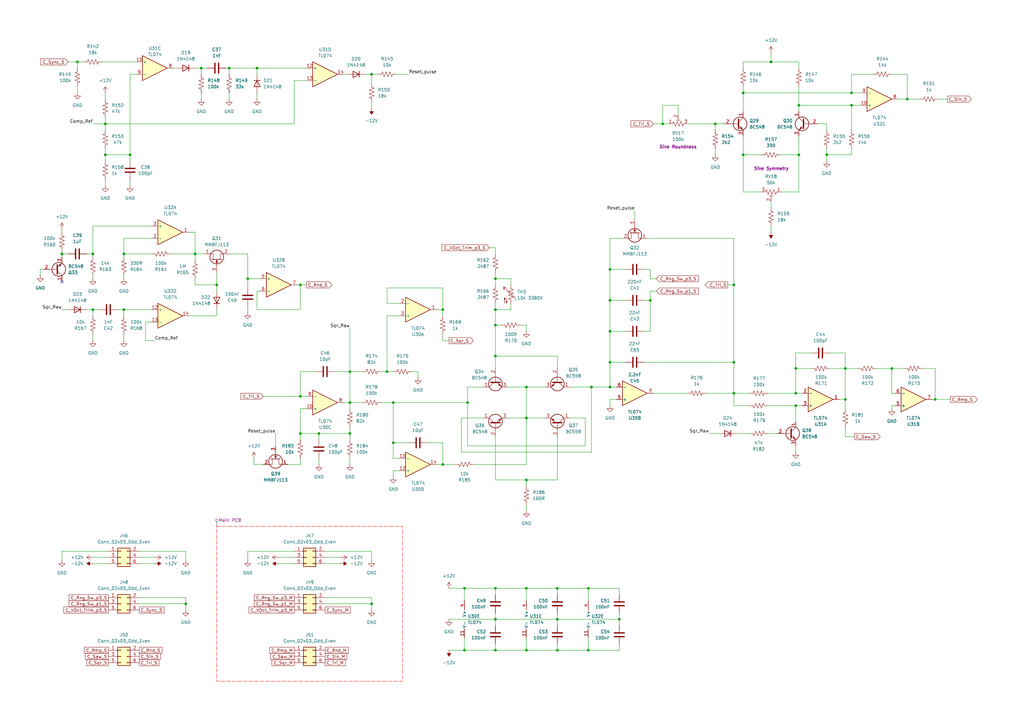
<source format=kicad_sch>
(kicad_sch (version 20250114) (generator "eeschema") (generator_version "9.0")
  (paper "A3")
  (title_block (company "DMH Instruments") (comment 1 "PCB for 10cm Kosmo format synthesizer module"))
  (junction (at 339.09 63.5))
  (junction (at 215.9 196.85))
  (junction (at 181.61 190.5))
  (junction (at 50.8 127))
  (junction (at 50.8 104.14))
  (junction (at 203.2 254))
  (junction (at 365.76 151.13))
  (junction (at 242.57 158.75))
  (junction (at 191.77 165.1))
  (junction (at 152.4 247.65))
  (junction (at 152.4 30.48))
  (junction (at 82.55 27.94))
  (junction (at 203.2 266.7))
  (junction (at 31.75 25.4))
  (junction (at 346.71 151.13))
  (junction (at 250.19 123.19))
  (junction (at 80.01 104.14))
  (junction (at 250.19 135.89))
  (junction (at 93.98 27.94))
  (junction (at 349.25 38.1))
  (junction (at 316.23 25.4))
  (junction (at 76.2 247.65))
  (junction (at 203.2 146.05))
  (junction (at 161.29 181.61))
  (junction (at 327.66 63.5))
  (junction (at 105.41 27.94))
  (junction (at 38.1 104.14))
  (junction (at 158.75 152.4))
  (junction (at 143.51 165.1))
  (junction (at 300.99 148.59))
  (junction (at 266.7 123.19))
  (junction (at 250.19 158.75))
  (junction (at 326.39 151.13))
  (junction (at 53.34 63.5))
  (junction (at 346.71 163.83))
  (junction (at 101.6 114.3))
  (junction (at 228.6 266.7))
  (junction (at 123.19 162.56))
  (junction (at 383.54 163.83))
  (junction (at 161.29 165.1))
  (junction (at 123.19 116.84))
  (junction (at 250.19 148.59))
  (junction (at 372.11 40.64))
  (junction (at 215.9 241.3))
  (junction (at 25.4 104.14))
  (junction (at 250.19 110.49))
  (junction (at 130.81 177.8))
  (junction (at 43.18 50.8))
  (junction (at 143.51 152.4))
  (junction (at 327.66 43.18))
  (junction (at 228.6 254))
  (junction (at 88.9 116.84))
  (junction (at 123.19 177.8))
  (junction (at 143.51 177.8))
  (junction (at 326.39 166.37))
  (junction (at 228.6 241.3))
  (junction (at 190.5 241.3))
  (junction (at 300.99 161.29))
  (junction (at 271.78 50.8))
  (junction (at 241.3 266.7))
  (junction (at 304.8 38.1))
  (junction (at 326.39 161.29))
  (junction (at 300.99 116.84))
  (junction (at 181.61 127))
  (junction (at 203.2 133.35))
  (junction (at 215.9 158.75))
  (junction (at 349.25 43.18))
  (junction (at 241.3 241.3))
  (junction (at 254 254))
  (junction (at 293.37 50.8))
  (junction (at 203.2 241.3))
  (junction (at 304.8 63.5))
  (junction (at 203.2 127))
  (junction (at 215.9 266.7))
  (junction (at 38.1 127))
  (junction (at 190.5 266.7))
  (junction (at 43.18 63.5))
  (junction (at 203.2 114.3))
  (junction (at 215.9 171.45))
  (no_connect (at 25.4 115.57))
  (wire (pts (xy 320.04 78.74) (xy 327.66 78.74)))
  (wire (pts (xy 130.81 177.8) (xy 130.81 180.34)))
  (wire (pts (xy 349.25 63.5) (xy 339.09 63.5)))
  (wire (pts (xy 181.61 118.11) (xy 181.61 127)))
  (wire (pts (xy 53.34 30.48) (xy 55.88 30.48)))
  (wire (pts (xy 200.66 101.6) (xy 203.2 101.6)))
  (wire (pts (xy 59.69 132.08) (xy 62.23 132.08)))
  (wire (pts (xy 228.6 254) (xy 228.6 256.54)))
  (wire (pts (xy 233.68 158.75) (xy 242.57 158.75)))
  (wire (pts (xy 77.47 95.25) (xy 80.01 95.25)))
  (wire (pts (xy 215.9 241.3) (xy 228.6 241.3)))
  (wire (pts (xy 346.71 144.78) (xy 346.71 151.13)))
  (wire (pts (xy 190.5 261.62) (xy 190.5 266.7)))
  (wire (pts (xy 43.18 38.1) (xy 43.18 40.64)))
  (wire (pts (xy 335.28 50.8) (xy 339.09 50.8)))
  (wire (pts (xy 123.19 127) (xy 123.19 116.84)))
  (wire (pts (xy 38.1 113.03) (xy 38.1 114.3)))
  (wire (pts (xy 250.19 123.19) (xy 250.19 135.89)))
  (wire (pts (xy 316.23 25.4) (xy 316.23 21.59)))
  (wire (pts (xy 163.83 193.04) (xy 161.29 193.04)))
  (wire (pts (xy 290.83 177.8) (xy 294.64 177.8)))
  (wire (pts (xy 130.81 177.8) (xy 143.51 177.8)))
  (wire (pts (xy 163.83 187.96) (xy 161.29 187.96)))
  (wire (pts (xy 365.76 151.13) (xy 365.76 161.29)))
  (wire (pts (xy 184.15 139.7) (xy 181.61 139.7)))
  (wire (pts (xy 161.29 181.61) (xy 167.64 181.61)))
  (wire (pts (xy 88.9 129.54) (xy 88.9 127)))
  (wire (pts (xy 123.19 167.64) (xy 125.73 167.64)))
  (wire (pts (xy 372.11 30.48) (xy 372.11 40.64)))
  (wire (pts (xy 123.19 177.8) (xy 130.81 177.8)))
  (wire (pts (xy 339.09 63.5) (xy 339.09 66.04)))
  (wire (pts (xy 359.41 151.13) (xy 365.76 151.13)))
  (wire (pts (xy 31.75 25.4) (xy 34.29 25.4)))
  (wire (pts (xy 105.41 30.48) (xy 105.41 27.94)))
  (wire (pts (xy 181.61 129.54) (xy 181.61 127)))
  (wire (pts (xy 152.4 226.06) (xy 152.4 229.87)))
  (wire (pts (xy 304.8 38.1) (xy 349.25 38.1)))
  (wire (pts (xy 304.8 63.5) (xy 312.42 63.5)))
  (wire (pts (xy 213.36 133.35) (xy 215.9 133.35)))
  (wire (pts (xy 205.74 133.35) (xy 203.2 133.35)))
  (wire (pts (xy 293.37 50.8) (xy 297.18 50.8)))
  (wire (pts (xy 191.77 165.1) (xy 191.77 182.88)))
  (wire (pts (xy 152.4 30.48) (xy 152.4 34.29)))
  (wire (pts (xy 314.96 161.29) (xy 326.39 161.29)))
  (wire (pts (xy 43.18 60.96) (xy 43.18 63.5)))
  (wire (pts (xy 143.51 152.4) (xy 143.51 165.1)))
  (wire (pts (xy 228.6 196.85) (xy 228.6 179.07)))
  (wire (pts (xy 281.94 50.8) (xy 293.37 50.8)))
  (wire (pts (xy 264.16 110.49) (xy 266.7 110.49)))
  (wire (pts (xy 184.15 254) (xy 203.2 254)))
  (wire (pts (xy 250.19 135.89) (xy 256.54 135.89)))
  (wire (pts (xy 266.7 135.89) (xy 266.7 123.19)))
  (wire (pts (xy 143.51 175.26) (xy 143.51 177.8)))
  (wire (pts (xy 190.5 241.3) (xy 203.2 241.3)))
  (wire (pts (xy 114.3 228.6) (xy 120.65 228.6)))
  (wire (pts (xy 215.9 196.85) (xy 228.6 196.85)))
  (wire (pts (xy 43.18 48.26) (xy 43.18 50.8)))
  (wire (pts (xy 88.9 116.84) (xy 88.9 119.38)))
  (wire (pts (xy 367.03 166.37) (xy 365.76 166.37)))
  (wire (pts (xy 256.54 110.49) (xy 250.19 110.49)))
  (wire (pts (xy 365.76 166.37) (xy 365.76 167.64)))
  (wire (pts (xy 209.55 116.84) (xy 209.55 114.3)))
  (wire (pts (xy 241.3 246.38) (xy 241.3 241.3)))
  (wire (pts (xy 265.43 97.79) (xy 300.99 97.79)))
  (wire (pts (xy 38.1 137.16) (xy 38.1 139.7)))
  (wire (pts (xy 250.19 148.59) (xy 250.19 158.75)))
  (wire (pts (xy 143.51 177.8) (xy 143.51 180.34)))
  (wire (pts (xy 215.9 196.85) (xy 215.9 199.39)))
  (wire (pts (xy 121.92 116.84) (xy 123.19 116.84)))
  (wire (pts (xy 101.6 114.3) (xy 106.68 114.3)))
  (wire (pts (xy 215.9 190.5) (xy 215.9 171.45)))
  (wire (pts (xy 372.11 40.64) (xy 368.3 40.64)))
  (wire (pts (xy 266.7 114.3) (xy 266.7 110.49)))
  (wire (pts (xy 264.16 135.89) (xy 266.7 135.89)))
  (wire (pts (xy 50.8 104.14) (xy 62.23 104.14)))
  (wire (pts (xy 240.03 171.45) (xy 233.68 171.45)))
  (wire (pts (xy 38.1 92.71) (xy 62.23 92.71)))
  (wire (pts (xy 35.56 104.14) (xy 38.1 104.14)))
  (wire (pts (xy 25.4 104.14) (xy 27.94 104.14)))
  (wire (pts (xy 50.8 127) (xy 50.8 129.54)))
  (wire (pts (xy 62.23 97.79) (xy 50.8 97.79)))
  (wire (pts (xy 256.54 148.59) (xy 250.19 148.59)))
  (wire (pts (xy 43.18 63.5) (xy 53.34 63.5)))
  (wire (pts (xy 203.2 264.16) (xy 203.2 266.7)))
  (wire (pts (xy 241.3 241.3) (xy 254 241.3)))
  (wire (pts (xy 203.2 114.3) (xy 209.55 114.3)))
  (wire (pts (xy 80.01 104.14) (xy 80.01 106.68)))
  (wire (pts (xy 158.75 129.54) (xy 158.75 152.4)))
  (wire (pts (xy 198.12 171.45) (xy 189.23 171.45)))
  (wire (pts (xy 339.09 50.8) (xy 339.09 53.34)))
  (wire (pts (xy 241.3 266.7) (xy 254 266.7)))
  (wire (pts (xy 123.19 177.8) (xy 123.19 180.34)))
  (wire (pts (xy 80.01 116.84) (xy 80.01 114.3)))
  (wire (pts (xy 133.35 245.11) (xy 152.4 245.11)))
  (wire (pts (xy 158.75 124.46) (xy 158.75 118.11)))
  (wire (pts (xy 383.54 163.83) (xy 382.27 163.83)))
  (wire (pts (xy 113.03 177.8) (xy 113.03 182.88)))
  (wire (pts (xy 327.66 43.18) (xy 327.66 45.72)))
  (wire (pts (xy 143.51 134.62) (xy 143.51 152.4)))
  (wire (pts (xy 256.54 123.19) (xy 250.19 123.19)))
  (wire (pts (xy 228.6 251.46) (xy 228.6 254)))
  (wire (pts (xy 107.95 162.56) (xy 123.19 162.56)))
  (wire (pts (xy 76.2 247.65) (xy 76.2 250.19)))
  (wire (pts (xy 203.2 146.05) (xy 203.2 151.13)))
  (wire (pts (xy 101.6 114.3) (xy 101.6 118.11)))
  (wire (pts (xy 242.57 185.42) (xy 242.57 158.75)))
  (wire (pts (xy 123.19 190.5) (xy 123.19 187.96)))
  (wire (pts (xy 326.39 166.37) (xy 326.39 172.72)))
  (wire (pts (xy 80.01 95.25) (xy 80.01 104.14)))
  (wire (pts (xy 241.3 261.62) (xy 241.3 266.7)))
  (wire (pts (xy 228.6 241.3) (xy 228.6 243.84)))
  (wire (pts (xy 129.54 152.4) (xy 123.19 152.4)))
  (wire (pts (xy 50.8 137.16) (xy 50.8 139.7)))
  (wire (pts (xy 304.8 35.56) (xy 304.8 38.1)))
  (wire (pts (xy 250.19 110.49) (xy 250.19 123.19)))
  (wire (pts (xy 38.1 104.14) (xy 38.1 105.41)))
  (wire (pts (xy 161.29 165.1) (xy 191.77 165.1)))
  (wire (pts (xy 304.8 27.94) (xy 304.8 25.4)))
  (wire (pts (xy 152.4 41.91) (xy 152.4 44.45)))
  (wire (pts (xy 203.2 114.3) (xy 203.2 116.84)))
  (wire (pts (xy 203.2 254) (xy 228.6 254)))
  (wire (pts (xy 101.6 104.14) (xy 101.6 114.3)))
  (wire (pts (xy 326.39 182.88) (xy 326.39 185.42)))
  (wire (pts (xy 123.19 167.64) (xy 123.19 177.8)))
  (wire (pts (xy 31.75 35.56) (xy 31.75 38.1)))
  (wire (pts (xy 125.73 33.02) (xy 120.65 33.02)))
  (wire (pts (xy 304.8 25.4) (xy 316.23 25.4)))
  (wire (pts (xy 181.61 190.5) (xy 181.61 181.61)))
  (wire (pts (xy 203.2 251.46) (xy 203.2 254)))
  (wire (pts (xy 300.99 148.59) (xy 300.99 161.29)))
  (wire (pts (xy 240.03 182.88) (xy 240.03 171.45)))
  (wire (pts (xy 43.18 50.8) (xy 120.65 50.8)))
  (wire (pts (xy 101.6 104.14) (xy 93.98 104.14)))
  (wire (pts (xy 59.69 139.7) (xy 63.5 139.7)))
  (wire (pts (xy 53.34 73.66) (xy 53.34 76.2)))
  (wire (pts (xy 191.77 182.88) (xy 240.03 182.88)))
  (wire (pts (xy 271.78 43.18) (xy 271.78 50.8)))
  (wire (pts (xy 162.56 30.48) (xy 167.64 30.48)))
  (wire (pts (xy 278.13 43.18) (xy 271.78 43.18)))
  (wire (pts (xy 266.7 114.3) (xy 269.24 114.3)))
  (wire (pts (xy 260.35 86.36) (xy 260.35 90.17)))
  (wire (pts (xy 179.07 190.5) (xy 181.61 190.5)))
  (wire (pts (xy 82.55 38.1) (xy 82.55 40.64)))
  (wire (pts (xy 215.9 246.38) (xy 215.9 241.3)))
  (wire (pts (xy 316.23 82.55) (xy 316.23 85.09)))
  (wire (pts (xy 304.8 55.88) (xy 304.8 63.5)))
  (wire (pts (xy 215.9 158.75) (xy 223.52 158.75)))
  (wire (pts (xy 76.2 226.06) (xy 57.15 226.06)))
  (wire (pts (xy 215.9 241.3) (xy 203.2 241.3)))
  (wire (pts (xy 340.36 151.13) (xy 346.71 151.13)))
  (wire (pts (xy 189.23 171.45) (xy 189.23 185.42)))
  (wire (pts (xy 203.2 133.35) (xy 203.2 146.05)))
  (wire (pts (xy 93.98 27.94) (xy 93.98 30.48)))
  (wire (pts (xy 133.35 247.65) (xy 152.4 247.65)))
  (wire (pts (xy 203.2 127) (xy 209.55 127)))
  (wire (pts (xy 43.18 73.66) (xy 43.18 76.2)))
  (wire (pts (xy 215.9 266.7) (xy 203.2 266.7)))
  (wire (pts (xy 101.6 125.73) (xy 101.6 128.27)))
  (wire (pts (xy 76.2 229.87) (xy 76.2 226.06)))
  (wire (pts (xy 143.51 187.96) (xy 143.51 190.5)))
  (wire (pts (xy 50.8 97.79) (xy 50.8 104.14)))
  (wire (pts (xy 93.98 27.94) (xy 105.41 27.94)))
  (wire (pts (xy 105.41 127) (xy 123.19 127)))
  (wire (pts (xy 123.19 152.4) (xy 123.19 162.56)))
  (wire (pts (xy 140.97 30.48) (xy 142.24 30.48)))
  (wire (pts (xy 50.8 113.03) (xy 50.8 114.3)))
  (wire (pts (xy 190.5 266.7) (xy 203.2 266.7)))
  (wire (pts (xy 254 251.46) (xy 254 254)))
  (wire (pts (xy 156.21 165.1) (xy 161.29 165.1)))
  (wire (pts (xy 346.71 163.83) (xy 344.17 163.83)))
  (wire (pts (xy 358.14 30.48) (xy 349.25 30.48)))
  (wire (pts (xy 184.15 241.3) (xy 190.5 241.3)))
  (wire (pts (xy 228.6 146.05) (xy 228.6 151.13)))
  (wire (pts (xy 326.39 144.78) (xy 326.39 151.13)))
  (wire (pts (xy 118.11 190.5) (xy 123.19 190.5)))
  (wire (pts (xy 92.71 27.94) (xy 93.98 27.94)))
  (wire (pts (xy 326.39 166.37) (xy 328.93 166.37)))
  (wire (pts (xy 255.27 97.79) (xy 250.19 97.79)))
  (wire (pts (xy 158.75 118.11) (xy 181.61 118.11)))
  (wire (pts (xy 250.19 135.89) (xy 250.19 148.59)))
  (wire (pts (xy 41.91 25.4) (xy 55.88 25.4)))
  (wire (pts (xy 372.11 40.64) (xy 377.19 40.64)))
  (wire (pts (xy 143.51 152.4) (xy 137.16 152.4)))
  (wire (pts (xy 105.41 38.1) (xy 105.41 40.64)))
  (wire (pts (xy 27.94 25.4) (xy 31.75 25.4)))
  (wire (pts (xy 370.84 151.13) (xy 365.76 151.13)))
  (wire (pts (xy 314.96 177.8) (xy 318.77 177.8)))
  (wire (pts (xy 346.71 179.07) (xy 346.71 175.26)))
  (wire (pts (xy 161.29 165.1) (xy 161.29 181.61)))
  (wire (pts (xy 203.2 196.85) (xy 215.9 196.85)))
  (wire (pts (xy 365.76 30.48) (xy 372.11 30.48)))
  (wire (pts (xy 228.6 264.16) (xy 228.6 266.7)))
  (wire (pts (xy 105.41 119.38) (xy 105.41 127)))
  (wire (pts (xy 161.29 193.04) (xy 161.29 195.58)))
  (wire (pts (xy 327.66 43.18) (xy 349.25 43.18)))
  (wire (pts (xy 191.77 158.75) (xy 191.77 165.1)))
  (wire (pts (xy 293.37 60.96) (xy 293.37 63.5)))
  (wire (pts (xy 250.19 97.79) (xy 250.19 110.49)))
  (wire (pts (xy 349.25 38.1) (xy 353.06 38.1)))
  (wire (pts (xy 82.55 27.94) (xy 82.55 30.48)))
  (wire (pts (xy 203.2 179.07) (xy 203.2 196.85)))
  (wire (pts (xy 316.23 92.71) (xy 316.23 95.25)))
  (wire (pts (xy 215.9 261.62) (xy 215.9 266.7)))
  (wire (pts (xy 340.36 144.78) (xy 346.71 144.78)))
  (wire (pts (xy 133.35 228.6) (xy 139.7 228.6)))
  (wire (pts (xy 149.86 30.48) (xy 152.4 30.48)))
  (wire (pts (xy 101.6 229.87) (xy 101.6 226.06)))
  (wire (pts (xy 158.75 129.54) (xy 163.83 129.54)))
  (wire (pts (xy 349.25 43.18) (xy 349.25 53.34)))
  (wire (pts (xy 203.2 146.05) (xy 228.6 146.05)))
  (wire (pts (xy 152.4 245.11) (xy 152.4 247.65)))
  (wire (pts (xy 38.1 231.14) (xy 44.45 231.14)))
  (wire (pts (xy 266.7 119.38) (xy 266.7 123.19)))
  (wire (pts (xy 143.51 165.1) (xy 148.59 165.1)))
  (wire (pts (xy 179.07 127) (xy 181.61 127)))
  (wire (pts (xy 57.15 231.14) (xy 63.5 231.14)))
  (wire (pts (xy 215.9 207.01) (xy 215.9 209.55)))
  (wire (pts (xy 25.4 102.87) (xy 25.4 104.14)))
  (wire (pts (xy 82.55 27.94) (xy 85.09 27.94)))
  (wire (pts (xy 349.25 30.48) (xy 349.25 38.1)))
  (wire (pts (xy 184.15 266.7) (xy 190.5 266.7)))
  (wire (pts (xy 25.4 226.06) (xy 44.45 226.06)))
  (wire (pts (xy 25.4 93.98) (xy 25.4 95.25)))
  (wire (pts (xy 88.9 111.76) (xy 88.9 116.84)))
  (wire (pts (xy 43.18 50.8) (xy 43.18 53.34)))
  (wire (pts (xy 181.61 181.61) (xy 175.26 181.61)))
  (wire (pts (xy 57.15 247.65) (xy 76.2 247.65)))
  (wire (pts (xy 383.54 151.13) (xy 383.54 163.83)))
  (wire (pts (xy 250.19 158.75) (xy 252.73 158.75)))
  (wire (pts (xy 38.1 127) (xy 40.64 127)))
  (wire (pts (xy 278.13 46.99) (xy 278.13 43.18)))
  (wire (pts (xy 156.21 152.4) (xy 158.75 152.4)))
  (wire (pts (xy 106.68 119.38) (xy 105.41 119.38)))
  (wire (pts (xy 161.29 187.96) (xy 161.29 181.61)))
  (wire (pts (xy 76.2 245.11) (xy 76.2 247.65)))
  (wire (pts (xy 123.19 116.84) (xy 125.73 116.84)))
  (wire (pts (xy 327.66 35.56) (xy 327.66 43.18)))
  (wire (pts (xy 77.47 129.54) (xy 88.9 129.54)))
  (wire (pts (xy 339.09 60.96) (xy 339.09 63.5)))
  (wire (pts (xy 346.71 151.13) (xy 351.79 151.13)))
  (wire (pts (xy 254 264.16) (xy 254 266.7)))
  (wire (pts (xy 252.73 163.83) (xy 250.19 163.83)))
  (wire (pts (xy 293.37 50.8) (xy 293.37 53.34)))
  (wire (pts (xy 208.28 171.45) (xy 215.9 171.45)))
  (wire (pts (xy 267.97 50.8) (xy 271.78 50.8)))
  (wire (pts (xy 80.01 27.94) (xy 82.55 27.94)))
  (wire (pts (xy 203.2 127) (xy 203.2 133.35)))
  (wire (pts (xy 326.39 151.13) (xy 326.39 161.29)))
  (wire (pts (xy 16.51 110.49) (xy 16.51 113.03)))
  (wire (pts (xy 203.2 241.3) (xy 203.2 243.84)))
  (wire (pts (xy 53.34 63.5) (xy 53.34 66.04)))
  (wire (pts (xy 38.1 228.6) (xy 44.45 228.6)))
  (wire (pts (xy 215.9 133.35) (xy 215.9 135.89)))
  (wire (pts (xy 50.8 104.14) (xy 50.8 105.41)))
  (wire (pts (xy 264.16 123.19) (xy 266.7 123.19)))
  (wire (pts (xy 50.8 127) (xy 62.23 127)))
  (wire (pts (xy 25.4 104.14) (xy 25.4 105.41)))
  (wire (pts (xy 38.1 92.71) (xy 38.1 104.14)))
  (wire (pts (xy 346.71 167.64) (xy 346.71 163.83)))
  (wire (pts (xy 203.2 101.6) (xy 203.2 104.14)))
  (wire (pts (xy 203.2 124.46) (xy 203.2 127)))
  (wire (pts (xy 327.66 63.5) (xy 327.66 78.74)))
  (wire (pts (xy 181.61 190.5) (xy 186.69 190.5)))
  (wire (pts (xy 289.56 161.29) (xy 300.99 161.29)))
  (wire (pts (xy 57.15 228.6) (xy 63.5 228.6)))
  (wire (pts (xy 215.9 266.7) (xy 228.6 266.7)))
  (wire (pts (xy 143.51 165.1) (xy 143.51 167.64)))
  (wire (pts (xy 69.85 104.14) (xy 80.01 104.14)))
  (wire (pts (xy 120.65 33.02) (xy 120.65 50.8)))
  (wire (pts (xy 57.15 245.11) (xy 76.2 245.11)))
  (wire (pts (xy 16.51 110.49) (xy 17.78 110.49)))
  (wire (pts (xy 104.14 190.5) (xy 104.14 187.96)))
  (wire (pts (xy 48.26 127) (xy 50.8 127)))
  (wire (pts (xy 25.4 229.87) (xy 25.4 226.06)))
  (wire (pts (xy 302.26 177.8) (xy 307.34 177.8)))
  (wire (pts (xy 163.83 124.46) (xy 158.75 124.46)))
  (wire (pts (xy 332.74 151.13) (xy 326.39 151.13)))
  (wire (pts (xy 133.35 231.14) (xy 139.7 231.14)))
  (wire (pts (xy 43.18 63.5) (xy 43.18 66.04)))
  (wire (pts (xy 264.16 148.59) (xy 300.99 148.59)))
  (wire (pts (xy 327.66 63.5) (xy 327.66 55.88)))
  (wire (pts (xy 190.5 241.3) (xy 190.5 246.38)))
  (wire (pts (xy 198.12 158.75) (xy 191.77 158.75)))
  (wire (pts (xy 59.69 132.08) (xy 59.69 139.7)))
  (wire (pts (xy 312.42 78.74) (xy 304.8 78.74)))
  (wire (pts (xy 25.4 127) (xy 27.94 127)))
  (wire (pts (xy 148.59 152.4) (xy 143.51 152.4)))
  (wire (pts (xy 266.7 119.38) (xy 269.24 119.38)))
  (wire (pts (xy 71.12 27.94) (xy 72.39 27.94)))
  (wire (pts (xy 189.23 185.42) (xy 242.57 185.42)))
  (wire (pts (xy 228.6 266.7) (xy 241.3 266.7)))
  (wire (pts (xy 300.99 97.79) (xy 300.99 116.84)))
  (wire (pts (xy 228.6 241.3) (xy 241.3 241.3)))
  (wire (pts (xy 38.1 50.8) (xy 43.18 50.8)))
  (wire (pts (xy 209.55 124.46) (xy 209.55 127)))
  (wire (pts (xy 168.91 152.4) (xy 171.45 152.4)))
  (wire (pts (xy 38.1 127) (xy 38.1 129.54)))
  (wire (pts (xy 203.2 111.76) (xy 203.2 114.3)))
  (wire (pts (xy 228.6 254) (xy 254 254)))
  (wire (pts (xy 80.01 116.84) (xy 88.9 116.84)))
  (wire (pts (xy 215.9 171.45) (xy 223.52 171.45)))
  (wire (pts (xy 304.8 38.1) (xy 304.8 45.72)))
  (wire (pts (xy 107.95 190.5) (xy 104.14 190.5)))
  (wire (pts (xy 254 241.3) (xy 254 243.84)))
  (wire (pts (xy 93.98 38.1) (xy 93.98 40.64)))
  (wire (pts (xy 31.75 25.4) (xy 31.75 27.94)))
  (wire (pts (xy 271.78 50.8) (xy 274.32 50.8)))
  (wire (pts (xy 383.54 163.83) (xy 389.89 163.83)))
  (wire (pts (xy 194.31 190.5) (xy 215.9 190.5)))
  (wire (pts (xy 327.66 27.94) (xy 327.66 25.4)))
  (wire (pts (xy 365.76 161.29) (xy 367.03 161.29)))
  (wire (pts (xy 349.25 60.96) (xy 349.25 63.5)))
  (wire (pts (xy 300.99 166.37) (xy 300.99 161.29)))
  (wire (pts (xy 298.45 116.84) (xy 300.99 116.84)))
  (wire (pts (xy 114.3 231.14) (xy 120.65 231.14)))
  (wire (pts (xy 378.46 151.13) (xy 383.54 151.13)))
  (wire (pts (xy 203.2 254) (xy 203.2 256.54)))
  (wire (pts (xy 133.35 226.06) (xy 152.4 226.06)))
  (wire (pts (xy 300.99 161.29) (xy 307.34 161.29)))
  (wire (pts (xy 300.99 116.84) (xy 300.99 148.59)))
  (wire (pts (xy 35.56 127) (xy 38.1 127)))
  (wire (pts (xy 250.19 163.83) (xy 250.19 166.37)))
  (wire (pts (xy 158.75 152.4) (xy 161.29 152.4)))
  (wire (pts (xy 140.97 165.1) (xy 143.51 165.1)))
  (wire (pts (xy 327.66 25.4) (xy 316.23 25.4)))
  (wire (pts (xy 349.25 43.18) (xy 353.06 43.18)))
  (wire (pts (xy 215.9 158.75) (xy 215.9 171.45)))
  (wire (pts (xy 346.71 179.07) (xy 350.52 179.07)))
  (wire (pts (xy 307.34 166.37) (xy 300.99 166.37)))
  (wire (pts (xy 80.01 104.14) (xy 83.82 104.14)))
  (wire (pts (xy 346.71 151.13) (xy 346.71 163.83)))
  (wire (pts (xy 181.61 139.7) (xy 181.61 137.16)))
  (wire (pts (xy 130.81 187.96) (xy 130.81 190.5)))
  (wire (pts (xy 105.41 27.94) (xy 125.73 27.94)))
  (wire (pts (xy 101.6 226.06) (xy 120.65 226.06)))
  (wire (pts (xy 320.04 63.5) (xy 327.66 63.5)))
  (wire (pts (xy 208.28 158.75) (xy 215.9 158.75)))
  (wire (pts (xy 314.96 166.37) (xy 326.39 166.37)))
  (wire (pts (xy 304.8 78.74) (xy 304.8 63.5)))
  (wire (pts (xy 123.19 162.56) (xy 125.73 162.56)))
  (wire (pts (xy 53.34 30.48) (xy 53.34 63.5)))
  (wire (pts (xy 326.39 161.29) (xy 328.93 161.29)))
  (wire (pts (xy 254 254) (xy 254 256.54)))
  (wire (pts (xy 152.4 30.48) (xy 154.94 30.48)))
  (wire (pts (xy 384.81 40.64) (xy 388.62 40.64)))
  (wire (pts (xy 267.97 161.29) (xy 281.94 161.29)))
  (wire (pts (xy 242.57 158.75) (xy 250.19 158.75)))
  (wire (pts (xy 152.4 247.65) (xy 152.4 250.19)))
  (wire (pts (xy 332.74 144.78) (xy 326.39 144.78)))
  (wire (pts (xy 171.45 152.4) (xy 171.45 154.94)))
  (label "Reset_pulse" (at 260.35 86.36 180))
  (label "Sqr_Raw" (at 143.51 134.62 180))
  (label "Sqr_Raw" (at 25.4 127 180))
  (label "Reset_pulse" (at 113.03 177.8 180))
  (label "Reset_pulse" (at 167.64 30.48 0))
  (label "Comp_Ref" (at 38.1 50.8 180))
  (label "Sqr_Raw" (at 290.83 177.8 180))
  (label "Comp_Ref" (at 63.5 139.7 0))
  (global_label "C_Tri_S" (shape input) (at 267.97 50.8 180) (property "Intersheetrefs" "${INTERSHEET_REFS}" (effects (hide yes))))
  (global_label "C_Rng_Sw_p3_S" (shape input) (at 269.24 114.3 0) (property "Intersheetrefs" "${INTERSHEET_REFS}" (effects (hide yes))))
  (global_label "C_Tri_S" (shape input) (at 107.95 162.56 180) (property "Intersheetrefs" "${INTERSHEET_REFS}" (effects (hide yes))))
  (global_label "C_Sqr_M" (shape passive) (at 120.65 271.78 180) (property "Intersheetrefs" "${INTERSHEET_REFS}" (effects (hide yes))))
  (global_label "C_Sync_S" (shape passive) (at 57.15 250.19 0) (property "Intersheetrefs" "${INTERSHEET_REFS}" (effects (hide yes))))
  (global_label "C_Saw_S" (shape output) (at 350.52 179.07 0) (property "Intersheetrefs" "${INTERSHEET_REFS}" (effects (hide yes))))
  (global_label "C_VOct_Trim_p3_S" (shape passive) (at 44.45 250.19 180) (property "Intersheetrefs" "${INTERSHEET_REFS}" (effects (hide yes))))
  (global_label "C_Rnd_S" (shape output) (at 125.73 116.84 0) (property "Intersheetrefs" "${INTERSHEET_REFS}" (effects (hide yes))))
  (global_label "C_Sin_M" (shape passive) (at 133.35 269.24 0) (property "Intersheetrefs" "${INTERSHEET_REFS}" (effects (hide yes))))
  (global_label "C_Sin_S" (shape output) (at 388.62 40.64 0) (property "Intersheetrefs" "${INTERSHEET_REFS}" (effects (hide yes))))
  (global_label "C_Sync_S" (shape input) (at 27.94 25.4 180) (property "Intersheetrefs" "${INTERSHEET_REFS}" (effects (hide yes))))
  (global_label "C_Tri_S" (shape output) (at 298.45 116.84 180) (property "Intersheetrefs" "${INTERSHEET_REFS}" (effects (hide yes))))
  (global_label "C_VOct_Trim_p3_S" (shape input) (at 200.66 101.6 180) (property "Intersheetrefs" "${INTERSHEET_REFS}" (effects (hide yes))))
  (global_label "C_Rng_Sw_p1_S" (shape passive) (at 44.45 247.65 180) (property "Intersheetrefs" "${INTERSHEET_REFS}" (effects (hide yes))))
  (global_label "C_Rng_Sw_p3_M" (shape passive) (at 120.65 245.11 180) (property "Intersheetrefs" "${INTERSHEET_REFS}" (effects (hide yes))))
  (global_label "C_Sqr_S" (shape passive) (at 44.45 271.78 180) (property "Intersheetrefs" "${INTERSHEET_REFS}" (effects (hide yes))))
  (global_label "C_Rmp_S" (shape passive) (at 44.45 266.7 180) (property "Intersheetrefs" "${INTERSHEET_REFS}" (effects (hide yes))))
  (global_label "C_Saw_M" (shape passive) (at 120.65 269.24 180) (property "Intersheetrefs" "${INTERSHEET_REFS}" (effects (hide yes))))
  (global_label "C_Rng_Sw_p1_M" (shape passive) (at 120.65 247.65 180) (property "Intersheetrefs" "${INTERSHEET_REFS}" (effects (hide yes))))
  (global_label "C_Rng_Sw_p3_S" (shape passive) (at 44.45 245.11 180) (property "Intersheetrefs" "${INTERSHEET_REFS}" (effects (hide yes))))
  (global_label "C_VOct_Trim_p3_M" (shape passive) (at 120.65 250.19 180) (property "Intersheetrefs" "${INTERSHEET_REFS}" (effects (hide yes))))
  (global_label "C_Tri_M" (shape passive) (at 133.35 271.78 0) (property "Intersheetrefs" "${INTERSHEET_REFS}" (effects (hide yes))))
  (global_label "C_Sync_M" (shape passive) (at 133.35 250.19 0) (property "Intersheetrefs" "${INTERSHEET_REFS}" (effects (hide yes))))
  (global_label "C_Rnd_S" (shape passive) (at 57.15 266.7 0) (property "Intersheetrefs" "${INTERSHEET_REFS}" (effects (hide yes))))
  (global_label "C_Rnd_M" (shape passive) (at 133.35 266.7 0) (property "Intersheetrefs" "${INTERSHEET_REFS}" (effects (hide yes))))
  (global_label "C_Rmp_S" (shape output) (at 389.89 163.83 0) (property "Intersheetrefs" "${INTERSHEET_REFS}" (effects (hide yes))))
  (global_label "C_Tri_S" (shape passive) (at 57.15 271.78 0) (property "Intersheetrefs" "${INTERSHEET_REFS}" (effects (hide yes))))
  (global_label "C_Sqr_S" (shape output) (at 184.15 139.7 0) (property "Intersheetrefs" "${INTERSHEET_REFS}" (effects (hide yes))))
  (global_label "C_Rmp_M" (shape passive) (at 120.65 266.7 180) (property "Intersheetrefs" "${INTERSHEET_REFS}" (effects (hide yes))))
  (global_label "C_Sin_S" (shape passive) (at 57.15 269.24 0) (property "Intersheetrefs" "${INTERSHEET_REFS}" (effects (hide yes))))
  (global_label "C_Saw_S" (shape passive) (at 44.45 269.24 180) (property "Intersheetrefs" "${INTERSHEET_REFS}" (effects (hide yes))))
  (global_label "C_Rng_Sw_p1_S" (shape input) (at 269.24 119.38 0) (property "Intersheetrefs" "${INTERSHEET_REFS}" (effects (hide yes))))
  (rule_area (polyline (pts (xy 88.9 215.9) (xy 165.1 215.9) (xy 165.1 279.4) (xy 88.9 279.4)) (stroke (width 0) (type dash))))
  (netclass_flag "" (length 2.54) (shape round) (at 88.9 215.9 0) (property "Component Class" "Main PCB" (at 89.5985 213.36 0) (effects (font (italic yes)) (justify left))))
  (symbol (lib_id "Connector_Generic:Conn_02x03_Odd_Even") (at 49.53 228.6 0) (unit 1) (on_board no)
    (property "Reference" "J46" (at 50.8 219.71 0))
    (property "Value" "Conn_02x03_Odd_Even" (at 50.8 222.25 0))
    (property "Footprint" "Connector_PinHeader_2.54mm:PinHeader_2x03_P2.54mm_Horizontal" (effects (hide yes)))
    (property "Description" "Generic connector, double row, 02x03, odd/even pin numbering scheme (row 1 odd numbers, row 2 even numbers), script generated (kicad-library-utils/schlib/autogen/connector/)" (effects (hide yes)))
  )
  (symbol (lib_id "Amplifier_Operational:TL074") (at 243.84 254 0) (unit 5) (on_board no)
    (property "Reference" "U32" (at 242.57 252.7299 0) (effects (justify left)))
    (property "Value" "TL074" (at 242.57 255.2699 0) (effects (justify left)))
    (property "Footprint" "Package_DIP:DIP-14_W7.62mm_Socket" (effects (hide yes)))
    (property "Datasheet" "http://www.ti.com/lit/ds/symlink/tl071.pdf" (effects (hide yes)))
    (property "Description" "Quad Low-Noise JFET-Input Operational Amplifiers, DIP-14/SOIC-14" (effects (hide yes)))
  )
  (symbol (lib_id "power:+12V") (at 38.1 228.6 90) (unit 1) (on_board no)
    (property "Reference" "#PWR0180" (effects (hide yes)))
    (property "Value" "+12V" (at 34.29 228.5999 90) (effects (justify left)))
    (property "Description" "Power symbol creates a global label with name \"+12V\"" (effects (hide yes)))
  )
  (symbol (lib_id "Amplifier_Operational:TL074") (at 336.55 163.83 0) (mirror x) (unit 1) (on_board no)
    (property "Reference" "U31" (at 336.55 173.99 0))
    (property "Value" "TL074" (at 336.55 171.45 0))
    (property "Footprint" "Package_DIP:DIP-14_W7.62mm_Socket" (effects (hide yes)))
    (property "Datasheet" "http://www.ti.com/lit/ds/symlink/tl071.pdf" (effects (hide yes)))
    (property "Description" "Quad Low-Noise JFET-Input Operational Amplifiers, DIP-14/SOIC-14" (effects (hide yes)))
  )
  (symbol (lib_id "power:GND") (at 339.09 66.04 0) (unit 1) (on_board no)
    (property "Reference" "#PWR0159" (effects (hide yes)))
    (property "Value" "GND" (at 339.09 71.12 0))
    (property "Description" "Power symbol creates a global label with name \"GND\" , ground" (effects (hide yes)))
  )
  (symbol (lib_id "power:GND") (at 101.6 128.27 0) (unit 1) (on_board no)
    (property "Reference" "#PWR0167" (effects (hide yes)))
    (property "Value" "GND" (at 101.6 133.35 0))
    (property "Description" "Power symbol creates a global label with name \"GND\" , ground" (effects (hide yes)))
  )
  (symbol (lib_id "Device:R_US") (at 82.55 34.29 0) (unit 1) (on_board no)
    (property "Reference" "R148" (at 85.09 33.0199 0) (effects (justify left)))
    (property "Value" "100k" (at 85.09 35.5599 0) (effects (justify left)))
    (property "Footprint" "Resistor_THT:R_Axial_DIN0207_L6.3mm_D2.5mm_P7.62mm_Horizontal" (effects (hide yes)))
    (property "Description" "Resistor, US symbol" (effects (hide yes)))
  )
  (symbol (lib_id "Device:D") (at 88.9 123.19 270) (mirror x) (unit 1) (on_board no)
    (property "Reference" "D22" (at 86.36 121.9199 90) (effects (justify right)))
    (property "Value" "1N4148" (at 86.36 124.4599 90) (effects (justify right)))
    (property "Footprint" "Diode_THT:D_DO-35_SOD27_P7.62mm_Horizontal" (effects (hide yes)))
    (property "Description" "Diode" (effects (hide yes)))
    (property "Sim.Device" "D" (effects (hide yes)))
    (property "Sim.Pins" "1=K 2=A" (effects (hide yes)))
  )
  (symbol (lib_id "power:-12V") (at 38.1 231.14 90) (unit 1) (on_board no)
    (property "Reference" "#PWR0188" (effects (hide yes)))
    (property "Value" "-12V" (at 34.29 231.1399 90) (effects (justify left)))
    (property "Description" "Power symbol creates a global label with name \"-12V\"" (effects (hide yes)))
  )
  (symbol (lib_id "power:GND") (at 50.8 114.3 0) (unit 1) (on_board no)
    (property "Reference" "#PWR0166" (effects (hide yes)))
    (property "Value" "GND" (at 50.8 119.38 0))
    (property "Description" "Power symbol creates a global label with name \"GND\" , ground" (effects (hide yes)))
  )
  (symbol (lib_id "Device:R_US") (at 143.51 171.45 0) (unit 1) (on_board no)
    (property "Reference" "R180" (at 146.05 170.1799 0) (effects (justify left)))
    (property "Value" "82k" (at 146.05 172.7199 0) (effects (justify left)))
    (property "Footprint" "Resistor_THT:R_Axial_DIN0207_L6.3mm_D2.5mm_P7.62mm_Horizontal" (effects (hide yes)))
    (property "Description" "Resistor, US symbol" (effects (hide yes)))
  )
  (symbol (lib_id "power:GND") (at 326.39 185.42 0) (unit 1) (on_board no)
    (property "Reference" "#PWR0174" (effects (hide yes)))
    (property "Value" "GND" (at 326.39 190.5 0))
    (property "Description" "Power symbol creates a global label with name \"GND\" , ground" (effects (hide yes)))
  )
  (symbol (lib_id "Amplifier_Operational:TL074") (at 133.35 165.1 0) (mirror x) (unit 3) (on_board no)
    (property "Reference" "U30" (at 133.35 175.26 0))
    (property "Value" "TL074" (at 133.35 172.72 0))
    (property "Footprint" "Package_DIP:DIP-14_W7.62mm_Socket" (effects (hide yes)))
    (property "Datasheet" "http://www.ti.com/lit/ds/symlink/tl071.pdf" (effects (hide yes)))
    (property "Description" "Quad Low-Noise JFET-Input Operational Amplifiers, DIP-14/SOIC-14" (effects (hide yes)))
  )
  (symbol (lib_id "Device:R_US") (at 66.04 104.14 270) (mirror x) (unit 1) (on_board no)
    (property "Reference" "R161" (at 66.04 110.49 90))
    (property "Value" "100k" (at 66.04 107.95 90))
    (property "Footprint" "Resistor_THT:R_Axial_DIN0207_L6.3mm_D2.5mm_P7.62mm_Horizontal" (effects (hide yes)))
    (property "Description" "Resistor, US symbol" (effects (hide yes)))
  )
  (symbol (lib_id "Device:C") (at 260.35 110.49 90) (mirror x) (unit 1) (on_board no)
    (property "Reference" "C41" (at 260.35 118.11 90))
    (property "Value" "220nF" (at 260.35 115.57 90))
    (property "Footprint" "Capacitor_THT:C_Disc_D4.3mm_W1.9mm_P5.00mm" (effects (hide yes)))
    (property "Description" "Unpolarized capacitor" (effects (hide yes)))
  )
  (symbol (lib_id "power:GND") (at 161.29 195.58 0) (unit 1) (on_board no)
    (property "Reference" "#PWR0178" (effects (hide yes)))
    (property "Value" "GND" (at 161.29 200.66 0))
    (property "Description" "Power symbol creates a global label with name \"GND\" , ground" (effects (hide yes)))
  )
  (symbol (lib_id "Device:C") (at 260.35 135.89 90) (mirror x) (unit 1) (on_board no)
    (property "Reference" "C65" (at 260.35 143.51 90))
    (property "Value" "22nF" (at 260.35 140.97 90))
    (property "Footprint" "Capacitor_THT:C_Disc_D4.3mm_W1.9mm_P5.00mm" (effects (hide yes)))
    (property "Description" "Unpolarized capacitor" (effects (hide yes)))
  )
  (symbol (lib_id "Device:R_US") (at 374.65 151.13 90) (mirror x) (unit 1) (on_board no)
    (property "Reference" "R173" (at 374.904 157.226 90))
    (property "Value" "100k" (at 374.904 154.686 90))
    (property "Footprint" "Resistor_THT:R_Axial_DIN0207_L6.3mm_D2.5mm_P7.62mm_Horizontal" (effects (hide yes)))
    (property "Description" "Resistor, US symbol" (effects (hide yes)))
  )
  (symbol (lib_id "Device:R_US") (at 38.1 25.4 90) (unit 1) (on_board no)
    (property "Reference" "R142" (at 38.1 19.05 90))
    (property "Value" "18k" (at 38.1 21.59 90))
    (property "Footprint" "Resistor_THT:R_Axial_DIN0207_L6.3mm_D2.5mm_P7.62mm_Horizontal" (effects (hide yes)))
    (property "Description" "Resistor, US symbol" (effects (hide yes)))
  )
  (symbol (lib_id "Device:R_US") (at 311.15 177.8 90) (mirror x) (unit 1) (on_board no)
    (property "Reference" "R182" (at 311.15 184.15 90))
    (property "Value" "47k" (at 311.15 181.61 90))
    (property "Footprint" "Resistor_THT:R_Axial_DIN0207_L6.3mm_D2.5mm_P7.62mm_Horizontal" (effects (hide yes)))
    (property "Description" "Resistor, US symbol" (effects (hide yes)))
  )
  (symbol (lib_id "power:GND") (at 16.51 113.03 0) (unit 1) (on_board no)
    (property "Reference" "#PWR0164" (effects (hide yes)))
    (property "Value" "GND" (at 16.51 118.11 0))
    (property "Description" "Power symbol creates a global label with name \"GND\" , ground" (effects (hide yes)))
  )
  (symbol (lib_id "Device:R_US") (at 203.2 120.65 0) (mirror y) (unit 1) (on_board no)
    (property "Reference" "R166" (at 200.66 119.3799 0) (effects (justify left)))
    (property "Value" "2k87" (at 200.66 121.9199 0) (effects (justify left)))
    (property "Footprint" "Resistor_THT:R_Axial_DIN0207_L6.3mm_D2.5mm_P7.62mm_Horizontal" (effects (hide yes)))
    (property "Description" "Resistor, US symbol" (effects (hide yes)))
  )
  (symbol (lib_id "Connector_Generic:Conn_02x03_Odd_Even") (at 125.73 269.24 0) (unit 1)
    (property "Reference" "J51" (at 127 260.35 0))
    (property "Value" "Conn_02x03_Odd_Even" (at 127 262.89 0))
    (property "Footprint" "Connector_PinSocket_2.54mm:PinSocket_2x03_P2.54mm_Vertical" (effects (hide yes)))
    (property "Description" "Generic connector, double row, 02x03, odd/even pin numbering scheme (row 1 odd numbers, row 2 even numbers), script generated (kicad-library-utils/schlib/autogen/connector/)" (effects (hide yes)))
  )
  (symbol (lib_id "power:GND") (at 184.15 254 0) (unit 1) (on_board no)
    (property "Reference" "#PWR0197" (effects (hide yes)))
    (property "Value" "GND" (at 184.15 259.08 0))
    (property "Description" "Power symbol creates a global label with name \"GND\" , ground" (effects (hide yes)))
  )
  (symbol (lib_id "Device:R_US") (at 381 40.64 90) (unit 1) (on_board no)
    (property "Reference" "R151" (at 381 34.29 90))
    (property "Value" "1k" (at 381 36.83 90))
    (property "Footprint" "Resistor_THT:R_Axial_DIN0207_L6.3mm_D2.5mm_P7.62mm_Horizontal" (effects (hide yes)))
    (property "Description" "Resistor, US symbol" (effects (hide yes)))
  )
  (symbol (lib_id "Amplifier_Operational:TL074") (at 69.85 95.25 0) (unit 1) (on_board no)
    (property "Reference" "U32" (at 69.85 85.09 0))
    (property "Value" "TL074" (at 69.85 87.63 0))
    (property "Footprint" "Package_DIP:DIP-14_W7.62mm_Socket" (effects (hide yes)))
    (property "Datasheet" "http://www.ti.com/lit/ds/symlink/tl071.pdf" (effects (hide yes)))
    (property "Description" "Quad Low-Noise JFET-Input Operational Amplifiers, DIP-14/SOIC-14" (effects (hide yes)))
  )
  (symbol (lib_id "Transistor_BJT:BC548") (at 203.2 173.99 90) (unit 1) (on_board no)
    (property "Reference" "Q36" (at 196.85 174.498 90))
    (property "Value" "BC548" (at 196.85 177.038 90))
    (property "Footprint" "Package_TO_SOT_THT:TO-92L_Inline_Wide" (effects (hide yes)))
    (property "Datasheet" "https://www.onsemi.com/pub/Collateral/BC550-D.pdf" (effects (hide yes)))
    (property "Description" "0.1A Ic, 30V Vce, Small Signal NPN Transistor, TO-92" (effects (hide yes)))
    (property "Sim.Device" "NPN" (effects (hide yes)))
    (property "Sim.Pins" "1=C 2=B 3=E" (effects (hide yes)))
  )
  (symbol (lib_id "Device:R_US") (at 355.6 151.13 90) (mirror x) (unit 1) (on_board no)
    (property "Reference" "R172" (at 355.854 157.226 90))
    (property "Value" "100k" (at 355.854 154.686 90))
    (property "Footprint" "Resistor_THT:R_Axial_DIN0207_L6.3mm_D2.5mm_P7.62mm_Horizontal" (effects (hide yes)))
    (property "Description" "Resistor, US symbol" (effects (hide yes)))
  )
  (symbol (lib_id "power:GND") (at 215.9 135.89 0) (unit 1) (on_board no)
    (property "Reference" "#PWR0168" (effects (hide yes)))
    (property "Value" "GND" (at 215.9 140.97 0))
    (property "Description" "Power symbol creates a global label with name \"GND\" , ground" (effects (hide yes)))
  )
  (symbol (lib_id "Device:R_US") (at 152.4 165.1 270) (unit 1) (on_board no)
    (property "Reference" "R178" (at 152.4 158.75 90))
    (property "Value" "100k" (at 152.4 161.29 90))
    (property "Footprint" "Resistor_THT:R_Axial_DIN0207_L6.3mm_D2.5mm_P7.62mm_Horizontal" (effects (hide yes)))
    (property "Description" "Resistor, US symbol" (effects (hide yes)))
  )
  (symbol (lib_id "power:GND") (at 215.9 209.55 0) (unit 1) (on_board no)
    (property "Reference" "#PWR0179" (effects (hide yes)))
    (property "Value" "GND" (at 215.9 214.63 0))
    (property "Description" "Power symbol creates a global label with name \"GND\" , ground" (effects (hide yes)))
  )
  (symbol (lib_id "Device:R_Potentiometer_Trim_US") (at 316.23 78.74 270) (unit 1) (on_board no)
    (property "Reference" "RV18" (at 316.23 72.39 90))
    (property "Value" "50k" (at 316.23 74.93 90))
    (property "Footprint" "Potentiometer_THT:Potentiometer_Bourns_3296W_Vertical" (effects (hide yes)))
    (property "Function" "Sine Symmetry" (at 316.23 69.088 90) (effects (font (bold yes) (italic yes))))
  )
  (symbol (lib_id "power:GND") (at 152.4 229.87 0) (unit 1)
    (property "Reference" "#PWR0187" (effects (hide yes)))
    (property "Value" "GND" (at 152.4 234.95 0))
    (property "Description" "Power symbol creates a global label with name \"GND\" , ground" (effects (hide yes)))
  )
  (symbol (lib_id "Device:R_US") (at 50.8 109.22 0) (mirror y) (unit 1) (on_board no)
    (property "Reference" "R164" (at 55.88 110.49 0))
    (property "Value" "330R" (at 55.88 107.95 0))
    (property "Footprint" "Resistor_THT:R_Axial_DIN0207_L6.3mm_D2.5mm_P7.62mm_Horizontal" (effects (hide yes)))
    (property "Description" "Resistor, US symbol" (effects (hide yes)))
  )
  (symbol (lib_id "power:GND") (at 50.8 139.7 0) (unit 1) (on_board no)
    (property "Reference" "#PWR0170" (effects (hide yes)))
    (property "Value" "GND" (at 50.8 144.78 0))
    (property "Description" "Power symbol creates a global label with name \"GND\" , ground" (effects (hide yes)))
  )
  (symbol (lib_id "Device:C") (at 53.34 69.85 0) (mirror x) (unit 1) (on_board no)
    (property "Reference" "C38" (at 59.69 68.58 0))
    (property "Value" "100pF" (at 59.69 71.12 0))
    (property "Footprint" "Capacitor_THT:C_Disc_D4.3mm_W1.9mm_P5.00mm" (effects (hide yes)))
    (property "Description" "Unpolarized capacitor" (effects (hide yes)))
  )
  (symbol (lib_id "Device:R_US") (at 311.15 166.37 90) (mirror x) (unit 1) (on_board no)
    (property "Reference" "R179" (at 311.404 172.466 90))
    (property "Value" "100k" (at 311.404 169.926 90))
    (property "Footprint" "Resistor_THT:R_Axial_DIN0207_L6.3mm_D2.5mm_P7.62mm_Horizontal" (effects (hide yes)))
    (property "Description" "Resistor, US symbol" (effects (hide yes)))
  )
  (symbol (lib_id "power:GND") (at 43.18 76.2 0) (unit 1) (on_board no)
    (property "Reference" "#PWR0160" (effects (hide yes)))
    (property "Value" "GND" (at 43.18 81.28 0))
    (property "Description" "Power symbol creates a global label with name \"GND\" , ground" (effects (hide yes)))
  )
  (symbol (lib_id "Device:R_US") (at 361.95 30.48 90) (unit 1) (on_board no)
    (property "Reference" "R144" (at 361.95 24.13 90))
    (property "Value" "14k" (at 361.95 26.67 90))
    (property "Footprint" "Resistor_THT:R_Axial_DIN0207_L6.3mm_D2.5mm_P7.62mm_Horizontal" (effects (hide yes)))
    (property "Description" "Resistor, US symbol" (effects (hide yes)))
  )
  (symbol (lib_id "Device:R_US") (at 316.23 63.5 90) (unit 1) (on_board no)
    (property "Reference" "R157" (at 316.23 57.15 90))
    (property "Value" "390" (at 316.23 59.69 90))
    (property "Footprint" "Resistor_THT:R_Axial_DIN0207_L6.3mm_D2.5mm_P7.62mm_Horizontal" (effects (hide yes)))
    (property "Description" "Resistor, US symbol" (effects (hide yes)))
  )
  (symbol (lib_id "power:GND") (at 25.4 229.87 0) (unit 1) (on_board no)
    (property "Reference" "#PWR0184" (effects (hide yes)))
    (property "Value" "GND" (at 25.4 234.95 0))
    (property "Description" "Power symbol creates a global label with name \"GND\" , ground" (effects (hide yes)))
  )
  (symbol (lib_id "Device:R_US") (at 43.18 57.15 0) (mirror y) (unit 1) (on_board no)
    (property "Reference" "R153" (at 48.26 55.88 0))
    (property "Value" "47k" (at 48.26 58.42 0))
    (property "Footprint" "Resistor_THT:R_Axial_DIN0207_L6.3mm_D2.5mm_P7.62mm_Horizontal" (effects (hide yes)))
    (property "Description" "Resistor, US symbol" (effects (hide yes)))
  )
  (symbol (lib_id "Transistor_FET:MMBFJ113") (at 113.03 187.96 270) (unit 1) (on_board no)
    (property "Reference" "Q39" (at 113.03 194.31 90))
    (property "Value" "MMBFJ113" (at 113.03 196.85 90))
    (property "Footprint" "Package_TO_SOT_THT:TO-92L_Inline" (effects (hide yes)))
    (property "Datasheet" "https://www.onsemi.com/pub/Collateral/MMBFJ113-D.PDF" (effects (hide yes)))
    (property "Description" "2mA min, 35V, 100mOhm max, 0.5-3V Vgs(off), N-Channel JFET, SOT-23" (effects (hide yes)))
  )
  (symbol (lib_id "Device:R_US") (at 158.75 30.48 270) (unit 1) (on_board no)
    (property "Reference" "R143" (at 158.75 24.13 90))
    (property "Value" "10k" (at 158.75 26.67 90))
    (property "Footprint" "Resistor_THT:R_Axial_DIN0207_L6.3mm_D2.5mm_P7.62mm_Horizontal" (effects (hide yes)))
    (property "Description" "Resistor, US symbol" (effects (hide yes)))
  )
  (symbol (lib_id "Device:R_US") (at 190.5 190.5 270) (mirror x) (unit 1) (on_board no)
    (property "Reference" "R185" (at 190.5 196.85 90))
    (property "Value" "10k" (at 190.5 194.31 90))
    (property "Footprint" "Resistor_THT:R_Axial_DIN0207_L6.3mm_D2.5mm_P7.62mm_Horizontal" (effects (hide yes)))
    (property "Description" "Resistor, US symbol" (effects (hide yes)))
  )
  (symbol (lib_id "Device:R_US") (at 346.71 171.45 0) (mirror x) (unit 1) (on_board no)
    (property "Reference" "R181" (at 351.79 170.18 0))
    (property "Value" "1k" (at 351.79 172.72 0))
    (property "Footprint" "Resistor_THT:R_Axial_DIN0207_L6.3mm_D2.5mm_P7.62mm_Horizontal" (effects (hide yes)))
    (property "Description" "Resistor, US symbol" (effects (hide yes)))
  )
  (symbol (lib_id "power:GND") (at 53.34 76.2 0) (mirror y) (unit 1) (on_board no)
    (property "Reference" "#PWR0161" (effects (hide yes)))
    (property "Value" "GND" (at 53.34 81.28 0))
    (property "Description" "Power symbol creates a global label with name \"GND\" , ground" (effects (hide yes)))
  )
  (symbol (lib_id "power:GND") (at 152.4 250.19 0) (unit 1)
    (property "Reference" "#PWR099" (effects (hide yes)))
    (property "Value" "GND" (at 152.4 255.27 0))
    (property "Description" "Power symbol creates a global label with name \"GND\" , ground" (effects (hide yes)))
  )
  (symbol (lib_id "power:-12V") (at 316.23 95.25 180) (unit 1) (on_board no)
    (property "Reference" "#PWR0163" (effects (hide yes)))
    (property "Value" "-12V" (at 316.23 100.33 0))
    (property "Description" "Power symbol creates a global label with name \"-12V\"" (effects (hide yes)))
  )
  (symbol (lib_id "Diode:1N4148") (at 105.41 34.29 270) (unit 1) (on_board no)
    (property "Reference" "D21" (at 107.95 33.0199 90) (effects (justify left)))
    (property "Value" "1N4148" (at 107.95 35.5599 90) (effects (justify left)))
    (property "Footprint" "Diode_THT:D_DO-35_SOD27_P7.62mm_Horizontal" (effects (hide yes)))
    (property "Datasheet" "https://assets.nexperia.com/documents/data-sheet/1N4148_1N4448.pdf" (effects (hide yes)))
    (property "Description" "100V 0.15A standard switching diode, DO-35" (effects (hide yes)))
    (property "Sim.Device" "D" (effects (hide yes)))
    (property "Sim.Pins" "1=K 2=A" (effects (hide yes)))
  )
  (symbol (lib_id "Amplifier_Operational:TL074") (at 193.04 254 0) (unit 5) (on_board no)
    (property "Reference" "U30" (at 191.77 252.7299 0) (effects (justify left)))
    (property "Value" "TL074" (at 191.77 255.2699 0) (effects (justify left)))
    (property "Footprint" "Package_DIP:DIP-14_W7.62mm_Socket" (effects (hide yes)))
    (property "Datasheet" "http://www.ti.com/lit/ds/symlink/tl071.pdf" (effects (hide yes)))
    (property "Description" "Quad Low-Noise JFET-Input Operational Amplifiers, DIP-14/SOIC-14" (effects (hide yes)))
  )
  (symbol (lib_id "Transistor_FET:MMBFJ113") (at 260.35 95.25 270) (unit 1) (on_board no)
    (property "Reference" "Q32" (at 260.35 101.6 90))
    (property "Value" "MMBFJ113" (at 260.35 104.14 90))
    (property "Footprint" "Package_TO_SOT_THT:TO-92L_Inline" (effects (hide yes)))
    (property "Datasheet" "https://www.onsemi.com/pub/Collateral/MMBFJ113-D.PDF" (effects (hide yes)))
    (property "Description" "2mA min, 35V, 100mOhm max, 0.5-3V Vgs(off), N-Channel JFET, SOT-23" (effects (hide yes)))
  )
  (symbol (lib_id "Device:R_US") (at 203.2 107.95 0) (mirror y) (unit 1) (on_board no)
    (property "Reference" "R162" (at 200.66 106.6799 0) (effects (justify left)))
    (property "Value" "2k87" (at 200.66 109.2199 0) (effects (justify left)))
    (property "Footprint" "Resistor_THT:R_Axial_DIN0207_L6.3mm_D2.5mm_P7.62mm_Horizontal" (effects (hide yes)))
    (property "Description" "Resistor, US symbol" (effects (hide yes)))
  )
  (symbol (lib_id "Device:R_US") (at 293.37 57.15 0) (unit 1) (on_board no)
    (property "Reference" "R154" (at 295.91 55.8799 0) (effects (justify left)))
    (property "Value" "2k2" (at 295.91 58.4199 0) (effects (justify left)))
    (property "Footprint" "Resistor_THT:R_Axial_DIN0207_L6.3mm_D2.5mm_P7.62mm_Horizontal" (effects (hide yes)))
    (property "Description" "Resistor, US symbol" (effects (hide yes)))
  )
  (symbol (lib_id "Diode:1N4148") (at 76.2 27.94 180) (unit 1) (on_board no)
    (property "Reference" "D19" (at 76.2 21.59 0))
    (property "Value" "1N4148" (at 76.2 24.13 0))
    (property "Footprint" "Diode_THT:D_DO-35_SOD27_P7.62mm_Horizontal" (effects (hide yes)))
    (property "Datasheet" "https://assets.nexperia.com/documents/data-sheet/1N4148_1N4448.pdf" (effects (hide yes)))
    (property "Description" "100V 0.15A standard switching diode, DO-35" (effects (hide yes)))
    (property "Sim.Device" "D" (effects (hide yes)))
    (property "Sim.Pins" "1=K 2=A" (effects (hide yes)))
  )
  (symbol (lib_id "Device:R_US") (at 80.01 110.49 0) (unit 1) (on_board no)
    (property "Reference" "R165" (at 74.93 111.76 0))
    (property "Value" "1M" (at 74.93 109.22 0))
    (property "Footprint" "Resistor_THT:R_Axial_DIN0207_L6.3mm_D2.5mm_P7.62mm_Horizontal" (effects (hide yes)))
    (property "Description" "Resistor, US symbol" (effects (hide yes)))
  )
  (symbol (lib_id "power:GND") (at 82.55 40.64 0) (unit 1) (on_board no)
    (property "Reference" "#PWR0154" (effects (hide yes)))
    (property "Value" "GND" (at 82.55 45.72 0))
    (property "Description" "Power symbol creates a global label with name \"GND\" , ground" (effects (hide yes)))
  )
  (symbol (lib_id "Device:R_US") (at 349.25 57.15 0) (unit 1) (on_board no)
    (property "Reference" "R156" (at 351.79 55.8799 0) (effects (justify left)))
    (property "Value" "14k" (at 351.79 58.4199 0) (effects (justify left)))
    (property "Footprint" "Resistor_THT:R_Axial_DIN0207_L6.3mm_D2.5mm_P7.62mm_Horizontal" (effects (hide yes)))
    (property "Description" "Resistor, US symbol" (effects (hide yes)))
  )
  (symbol (lib_id "Transistor_BJT:BC548") (at 203.2 156.21 90) (mirror x) (unit 1) (on_board no)
    (property "Reference" "Q34" (at 196.596 152.4 90))
    (property "Value" "BC548" (at 196.596 154.94 90))
    (property "Footprint" "Package_TO_SOT_THT:TO-92L_Inline_Wide" (effects (hide yes)))
    (property "Datasheet" "https://www.onsemi.com/pub/Collateral/BC550-D.pdf" (effects (hide yes)))
    (property "Description" "0.1A Ic, 30V Vce, Small Signal NPN Transistor, TO-92" (effects (hide yes)))
    (property "Sim.Device" "NPN" (effects (hide yes)))
    (property "Sim.Pins" "1=C 2=B 3=E" (effects (hide yes)))
  )
  (symbol (lib_id "power:-12V") (at 184.15 266.7 180) (unit 1) (on_board no)
    (property "Reference" "#PWR0198" (effects (hide yes)))
    (property "Value" "-12V" (at 184.15 271.78 0))
    (property "Description" "Power symbol creates a global label with name \"-12V\"" (effects (hide yes)))
  )
  (symbol (lib_id "Amplifier_Operational:TL074") (at 133.35 30.48 0) (unit 4) (on_board no)
    (property "Reference" "U31" (at 133.35 20.32 0))
    (property "Value" "TL074" (at 133.35 22.86 0))
    (property "Footprint" "Package_DIP:DIP-14_W7.62mm_Socket" (effects (hide yes)))
    (property "Datasheet" "http://www.ti.com/lit/ds/symlink/tl071.pdf" (effects (hide yes)))
    (property "Description" "Quad Low-Noise JFET-Input Operational Amplifiers, DIP-14/SOIC-14" (effects (hide yes)))
  )
  (symbol (lib_id "Device:R_US") (at 152.4 152.4 270) (unit 1) (on_board no)
    (property "Reference" "R174" (at 152.4 146.05 90))
    (property "Value" "82k" (at 152.4 148.59 90))
    (property "Footprint" "Resistor_THT:R_Axial_DIN0207_L6.3mm_D2.5mm_P7.62mm_Horizontal" (effects (hide yes)))
    (property "Description" "Resistor, US symbol" (effects (hide yes)))
  )
  (symbol (lib_id "Connector_Generic:Conn_02x03_Odd_Even") (at 125.73 228.6 0) (unit 1)
    (property "Reference" "J47" (at 127 219.71 0))
    (property "Value" "Conn_02x03_Odd_Even" (at 127 222.25 0))
    (property "Footprint" "Connector_PinSocket_2.54mm:PinSocket_2x03_P2.54mm_Vertical" (effects (hide yes)))
    (property "Description" "Generic connector, double row, 02x03, odd/even pin numbering scheme (row 1 odd numbers, row 2 even numbers), script generated (kicad-library-utils/schlib/autogen/connector/)" (effects (hide yes)))
  )
  (symbol (lib_id "Device:R_US") (at 93.98 34.29 0) (unit 1) (on_board no)
    (property "Reference" "R149" (at 96.52 33.0199 0) (effects (justify left)))
    (property "Value" "33k" (at 96.52 35.5599 0) (effects (justify left)))
    (property "Footprint" "Resistor_THT:R_Axial_DIN0207_L6.3mm_D2.5mm_P7.62mm_Horizontal" (effects (hide yes)))
    (property "Description" "Resistor, US symbol" (effects (hide yes)))
  )
  (symbol (lib_id "power:+12V") (at 316.23 21.59 0) (unit 1) (on_board no)
    (property "Reference" "#PWR0151" (effects (hide yes)))
    (property "Value" "+12V" (at 316.23 16.51 0))
    (property "Description" "Power symbol creates a global label with name \"+12V\"" (effects (hide yes)))
  )
  (symbol (lib_id "power:+12V") (at 104.14 187.96 0) (unit 1) (on_board no)
    (property "Reference" "#PWR0175" (effects (hide yes)))
    (property "Value" "+12V" (at 104.14 182.88 0))
    (property "Description" "Power symbol creates a global label with name \"+12V\"" (effects (hide yes)))
  )
  (symbol (lib_id "Device:R_US") (at 285.75 161.29 270) (unit 1) (on_board no)
    (property "Reference" "R176" (at 285.75 154.94 90))
    (property "Value" "1k" (at 285.75 157.48 90))
    (property "Footprint" "Resistor_THT:R_Axial_DIN0207_L6.3mm_D2.5mm_P7.62mm_Horizontal" (effects (hide yes)))
    (property "Description" "Resistor, US symbol" (effects (hide yes)))
  )
  (symbol (lib_id "power:-12V") (at 152.4 44.45 180) (unit 1) (on_board no)
    (property "Reference" "#PWR0157" (effects (hide yes)))
    (property "Value" "-12V" (at 152.4 49.53 0))
    (property "Description" "Power symbol creates a global label with name \"-12V\"" (effects (hide yes)))
  )
  (symbol (lib_id "Diode:1N4148") (at 298.45 177.8 180) (unit 1) (on_board no)
    (property "Reference" "D24" (at 298.45 171.45 0))
    (property "Value" "1N4148" (at 298.45 173.99 0))
    (property "Footprint" "Diode_THT:D_DO-35_SOD27_P7.62mm_Horizontal" (effects (hide yes)))
    (property "Datasheet" "https://assets.nexperia.com/documents/data-sheet/1N4148_1N4448.pdf" (effects (hide yes)))
    (property "Description" "100V 0.15A standard switching diode, DO-35" (effects (hide yes)))
    (property "Sim.Device" "D" (effects (hide yes)))
    (property "Sim.Pins" "1=K 2=A" (effects (hide yes)))
  )
  (symbol (lib_id "Connector_Generic:Conn_02x03_Odd_Even") (at 125.73 247.65 0) (unit 1)
    (property "Reference" "J49" (at 127 238.76 0))
    (property "Value" "Conn_02x03_Odd_Even" (at 127 241.3 0))
    (property "Footprint" "Connector_PinSocket_2.54mm:PinSocket_2x03_P2.54mm_Vertical" (effects (hide yes)))
    (property "Description" "Generic connector, double row, 02x03, odd/even pin numbering scheme (row 1 odd numbers, row 2 even numbers), script generated (kicad-library-utils/schlib/autogen/connector/)" (effects (hide yes)))
  )
  (symbol (lib_id "Transistor_BJT:BC548") (at 330.2 50.8 0) (mirror y) (unit 1) (on_board no)
    (property "Reference" "Q30" (at 325.12 49.5299 0) (effects (justify left)))
    (property "Value" "BC548" (at 325.12 52.0699 0) (effects (justify left)))
    (property "Footprint" "Package_TO_SOT_THT:TO-92L_Inline_Wide" (effects (hide yes)))
    (property "Datasheet" "https://www.onsemi.com/pub/Collateral/BC550-D.pdf" (effects (hide yes)))
    (property "Description" "0.1A Ic, 30V Vce, Small Signal NPN Transistor, TO-92" (effects (hide yes)))
  )
  (symbol (lib_id "Transistor_BJT:BC548") (at 22.86 110.49 0) (mirror x) (unit 1) (on_board no)
    (property "Reference" "Q33" (at 27.94 111.7601 0) (effects (justify left)))
    (property "Value" "BC548" (at 27.94 109.2201 0) (effects (justify left)))
    (property "Footprint" "Package_TO_SOT_THT:TO-92L_Inline_Wide" (effects (hide yes)))
    (property "Datasheet" "https://www.onsemi.com/pub/Collateral/BC550-D.pdf" (effects (hide yes)))
    (property "Description" "0.1A Ic, 30V Vce, Small Signal NPN Transistor, TO-92" (effects (hide yes)))
  )
  (symbol (lib_id "power:-12V") (at 139.7 231.14 270) (unit 1)
    (property "Reference" "#PWR0191" (effects (hide yes)))
    (property "Value" "-12V" (at 143.51 231.1399 90) (effects (justify left)))
    (property "Description" "Power symbol creates a global label with name \"-12V\"" (effects (hide yes)))
  )
  (symbol (lib_id "Device:C") (at 88.9 27.94 90) (unit 1) (on_board no)
    (property "Reference" "C37" (at 88.9 20.32 90))
    (property "Value" "1nF" (at 88.9 22.86 90))
    (property "Footprint" "Capacitor_THT:C_Disc_D4.3mm_W1.9mm_P5.00mm" (effects (hide yes)))
    (property "Description" "Unpolarized capacitor" (effects (hide yes)))
  )
  (symbol (lib_id "Device:C") (at 228.6 247.65 0) (mirror y) (unit 1) (on_board no)
    (property "Reference" "C50" (at 224.79 246.3799 0) (effects (justify left)))
    (property "Value" "100nF" (at 224.79 248.9199 0) (effects (justify left)))
    (property "Footprint" "Capacitor_THT:C_Disc_D4.3mm_W1.9mm_P5.00mm" (effects (hide yes)))
    (property "Description" "Unpolarized capacitor" (effects (hide yes)))
  )
  (symbol (lib_id "Device:R_US") (at 43.18 44.45 0) (unit 1) (on_board no)
    (property "Reference" "R152" (at 45.72 43.1799 0) (effects (justify left)))
    (property "Value" "47k" (at 45.72 45.7199 0) (effects (justify left)))
    (property "Footprint" "Resistor_THT:R_Axial_DIN0207_L6.3mm_D2.5mm_P7.62mm_Horizontal" (effects (hide yes)))
    (property "Description" "Resistor, US symbol" (effects (hide yes)))
  )
  (symbol (lib_id "power:GND") (at 38.1 139.7 0) (unit 1) (on_board no)
    (property "Reference" "#PWR0169" (effects (hide yes)))
    (property "Value" "GND" (at 38.1 144.78 0))
    (property "Description" "Power symbol creates a global label with name \"GND\" , ground" (effects (hide yes)))
  )
  (symbol (lib_id "Device:C") (at 254 260.35 0) (mirror y) (unit 1) (on_board no)
    (property "Reference" "C54" (at 250.19 259.0799 0) (effects (justify left)))
    (property "Value" "100nF" (at 250.19 261.6199 0) (effects (justify left)))
    (property "Footprint" "Capacitor_THT:C_Disc_D4.3mm_W1.9mm_P5.00mm" (effects (hide yes)))
    (property "Description" "Unpolarized capacitor" (effects (hide yes)))
  )
  (symbol (lib_id "Device:R_Potentiometer_Trim_US") (at 278.13 50.8 90) (unit 1) (on_board no)
    (property "Reference" "RV17" (at 278.13 54.61 90))
    (property "Value" "100k" (at 278.13 57.15 90))
    (property "Footprint" "Potentiometer_THT:Potentiometer_Bourns_3296W_Vertical" (effects (hide yes)))
    (property "Function" "Sine Roundness" (at 278.13 60.198 90) (effects (font (bold yes) (italic yes))))
  )
  (symbol (lib_id "Amplifier_Operational:TL074") (at 171.45 190.5 0) (mirror x) (unit 4) (on_board no)
    (property "Reference" "U30" (at 171.45 200.66 0))
    (property "Value" "TL074" (at 171.45 198.12 0))
    (property "Footprint" "Package_DIP:DIP-14_W7.62mm_Socket" (effects (hide yes)))
    (property "Datasheet" "http://www.ti.com/lit/ds/symlink/tl071.pdf" (effects (hide yes)))
    (property "Description" "Quad Low-Noise JFET-Input Operational Amplifiers, DIP-14/SOIC-14" (effects (hide yes)))
  )
  (symbol (lib_id "Device:R_US") (at 316.23 88.9 180) (unit 1) (on_board no)
    (property "Reference" "R159" (at 318.77 87.6299 0) (effects (justify right)))
    (property "Value" "18k" (at 318.77 90.1699 0) (effects (justify right)))
    (property "Footprint" "Resistor_THT:R_Axial_DIN0207_L6.3mm_D2.5mm_P7.62mm_Horizontal" (effects (hide yes)))
    (property "Description" "Resistor, US symbol" (effects (hide yes)))
  )
  (symbol (lib_id "Transistor_BJT:BC558") (at 228.6 173.99 270) (mirror x) (unit 1) (on_board no)
    (property "Reference" "Q37" (at 235.204 174.498 90))
    (property "Value" "BC558" (at 235.204 177.038 90))
    (property "Footprint" "Package_TO_SOT_THT:TO-92L_Inline_Wide" (effects (hide yes)))
    (property "Datasheet" "https://www.onsemi.com/pub/Collateral/BC556BTA-D.pdf" (effects (hide yes)))
    (property "Description" "0.1A Ic, 30V Vce, PNP Small Signal Transistor, TO-92" (effects (hide yes)))
    (property "Sim.Device" "PNP" (effects (hide yes)))
    (property "Sim.Pins" "1=C 2=B 3=E" (effects (hide yes)))
  )
  (symbol (lib_id "Transistor_BJT:BC548") (at 302.26 50.8 0) (unit 1) (on_board no)
    (property "Reference" "Q29" (at 307.34 49.5299 0) (effects (justify left)))
    (property "Value" "BC548" (at 307.34 52.0699 0) (effects (justify left)))
    (property "Footprint" "Package_TO_SOT_THT:TO-92L_Inline_Wide" (effects (hide yes)))
    (property "Datasheet" "https://www.onsemi.com/pub/Collateral/BC550-D.pdf" (effects (hide yes)))
    (property "Description" "0.1A Ic, 30V Vce, Small Signal NPN Transistor, TO-92" (effects (hide yes)))
  )
  (symbol (lib_id "Device:R_US") (at 304.8 31.75 0) (unit 1) (on_board no)
    (property "Reference" "R146" (at 307.34 30.4799 0) (effects (justify left)))
    (property "Value" "10k" (at 307.34 33.0199 0) (effects (justify left)))
    (property "Footprint" "Resistor_THT:R_Axial_DIN0207_L6.3mm_D2.5mm_P7.62mm_Horizontal" (effects (hide yes)))
    (property "Description" "Resistor, US symbol" (effects (hide yes)))
  )
  (symbol (lib_id "Amplifier_Operational:TL074") (at 69.85 129.54 0) (unit 4) (on_board no)
    (property "Reference" "U32" (at 69.85 119.38 0))
    (property "Value" "TL074" (at 69.85 121.92 0))
    (property "Footprint" "Package_DIP:DIP-14_W7.62mm_Socket" (effects (hide yes)))
    (property "Datasheet" "http://www.ti.com/lit/ds/symlink/tl071.pdf" (effects (hide yes)))
    (property "Description" "Quad Low-Noise JFET-Input Operational Amplifiers, DIP-14/SOIC-14" (effects (hide yes)))
  )
  (symbol (lib_id "Amplifier_Operational:TL074") (at 374.65 163.83 0) (mirror x) (unit 2) (on_board no)
    (property "Reference" "U31" (at 374.65 173.99 0))
    (property "Value" "TL074" (at 374.65 171.45 0))
    (property "Footprint" "Package_DIP:DIP-14_W7.62mm_Socket" (effects (hide yes)))
    (property "Datasheet" "http://www.ti.com/lit/ds/symlink/tl071.pdf" (effects (hide yes)))
    (property "Description" "Quad Low-Noise JFET-Input Operational Amplifiers, DIP-14/SOIC-14" (effects (hide yes)))
  )
  (symbol (lib_id "Device:R_US") (at 209.55 133.35 270) (mirror x) (unit 1) (on_board no)
    (property "Reference" "R170" (at 209.55 139.7 90))
    (property "Value" "100R" (at 209.55 137.16 90))
    (property "Footprint" "Resistor_THT:R_Axial_DIN0207_L6.3mm_D2.5mm_P7.62mm_Horizontal" (effects (hide yes)))
    (property "Description" "Resistor, US symbol" (effects (hide yes)))
  )
  (symbol (lib_id "Device:R_US") (at 43.18 69.85 0) (unit 1) (on_board no)
    (property "Reference" "R158" (at 45.72 68.5799 0) (effects (justify left)))
    (property "Value" "1k" (at 45.72 71.1199 0) (effects (justify left)))
    (property "Footprint" "Resistor_THT:R_Axial_DIN0207_L6.3mm_D2.5mm_P7.62mm_Horizontal" (effects (hide yes)))
    (property "Description" "Resistor, US symbol" (effects (hide yes)))
  )
  (symbol (lib_id "power:+12V") (at 43.18 38.1 0) (unit 1) (on_board no)
    (property "Reference" "#PWR0153" (effects (hide yes)))
    (property "Value" "+12V" (at 43.18 33.02 0))
    (property "Description" "Power symbol creates a global label with name \"+12V\"" (effects (hide yes)))
  )
  (symbol (lib_id "Transistor_BJT:BC548") (at 323.85 177.8 0) (unit 1) (on_board no)
    (property "Reference" "Q38" (at 328.93 176.5299 0) (effects (justify left)))
    (property "Value" "BC548" (at 328.93 179.0699 0) (effects (justify left)))
    (property "Footprint" "Package_TO_SOT_THT:TO-92L_Inline_Wide" (effects (hide yes)))
    (property "Datasheet" "https://www.onsemi.com/pub/Collateral/BC550-D.pdf" (effects (hide yes)))
    (property "Description" "0.1A Ic, 30V Vce, Small Signal NPN Transistor, TO-92" (effects (hide yes)))
  )
  (symbol (lib_id "Amplifier_Operational:TL074") (at 360.68 40.64 0) (mirror x) (unit 3) (on_board no)
    (property "Reference" "U32" (at 360.68 50.8 0))
    (property "Value" "TL074" (at 360.68 48.26 0))
    (property "Footprint" "Package_DIP:DIP-14_W7.62mm_Socket" (effects (hide yes)))
    (property "Datasheet" "http://www.ti.com/lit/ds/symlink/tl071.pdf" (effects (hide yes)))
    (property "Description" "Quad Low-Noise JFET-Input Operational Amplifiers, DIP-14/SOIC-14" (effects (hide yes)))
  )
  (symbol (lib_id "Device:C") (at 203.2 247.65 0) (mirror y) (unit 1) (on_board no)
    (property "Reference" "C49" (at 199.39 246.3799 0) (effects (justify left)))
    (property "Value" "100nF" (at 199.39 248.9199 0) (effects (justify left)))
    (property "Footprint" "Capacitor_THT:C_Disc_D4.3mm_W1.9mm_P5.00mm" (effects (hide yes)))
    (property "Description" "Unpolarized capacitor" (effects (hide yes)))
  )
  (symbol (lib_id "power:+12V") (at 25.4 93.98 0) (unit 1) (on_board no)
    (property "Reference" "#PWR0162" (effects (hide yes)))
    (property "Value" "+12V" (at 25.4 88.9 0))
    (property "Description" "Power symbol creates a global label with name \"+12V\"" (effects (hide yes)))
  )
  (symbol (lib_id "Connector_Generic:Conn_02x03_Odd_Even") (at 49.53 269.24 0) (unit 1) (on_board no)
    (property "Reference" "J50" (at 50.8 260.35 0))
    (property "Value" "Conn_02x03_Odd_Even" (at 50.8 262.89 0))
    (property "Footprint" "Connector_PinHeader_2.54mm:PinHeader_2x03_P2.54mm_Horizontal" (effects (hide yes)))
    (property "Description" "Generic connector, double row, 02x03, odd/even pin numbering scheme (row 1 odd numbers, row 2 even numbers), script generated (kicad-library-utils/schlib/autogen/connector/)" (effects (hide yes)))
  )
  (symbol (lib_id "Device:C") (at 260.35 148.59 90) (mirror x) (unit 1) (on_board no)
    (property "Reference" "C45" (at 260.35 156.21 90))
    (property "Value" "2.2nF" (at 260.35 153.67 90))
    (property "Footprint" "Capacitor_THT:C_Disc_D4.3mm_W1.9mm_P5.00mm" (effects (hide yes)))
    (property "Description" "Unpolarized capacitor" (effects (hide yes)))
  )
  (symbol (lib_id "Device:C") (at 203.2 260.35 0) (mirror y) (unit 1) (on_board no)
    (property "Reference" "C52" (at 199.39 259.0799 0) (effects (justify left)))
    (property "Value" "100nF" (at 199.39 261.6199 0) (effects (justify left)))
    (property "Footprint" "Capacitor_THT:C_Disc_D4.3mm_W1.9mm_P5.00mm" (effects (hide yes)))
    (property "Description" "Unpolarized capacitor" (effects (hide yes)))
  )
  (symbol (lib_id "power:+12V") (at 139.7 228.6 270) (unit 1)
    (property "Reference" "#PWR0183" (effects (hide yes)))
    (property "Value" "+12V" (at 143.51 228.5999 90) (effects (justify left)))
    (property "Description" "Power symbol creates a global label with name \"+12V\"" (effects (hide yes)))
  )
  (symbol (lib_id "Device:C") (at 228.6 260.35 0) (mirror y) (unit 1) (on_board no)
    (property "Reference" "C53" (at 224.79 259.0799 0) (effects (justify left)))
    (property "Value" "100nF" (at 224.79 261.6199 0) (effects (justify left)))
    (property "Footprint" "Capacitor_THT:C_Disc_D4.3mm_W1.9mm_P5.00mm" (effects (hide yes)))
    (property "Description" "Unpolarized capacitor" (effects (hide yes)))
  )
  (symbol (lib_id "Device:C") (at 44.45 127 270) (mirror x) (unit 1) (on_board no)
    (property "Reference" "C42" (at 44.45 134.62 90))
    (property "Value" "1nF" (at 44.45 132.08 90))
    (property "Footprint" "Capacitor_THT:C_Disc_D4.3mm_W1.9mm_P5.00mm" (effects (hide yes)))
    (property "Description" "Unpolarized capacitor" (effects (hide yes)))
  )
  (symbol (lib_id "Device:C") (at 336.55 144.78 90) (unit 1) (on_board no)
    (property "Reference" "C44" (at 336.55 137.16 90))
    (property "Value" "100pF" (at 336.55 139.7 90))
    (property "Footprint" "Capacitor_THT:C_Disc_D4.3mm_W1.9mm_P5.00mm" (effects (hide yes)))
    (property "Description" "Unpolarized capacitor" (effects (hide yes)))
  )
  (symbol (lib_id "Device:R_US") (at 38.1 133.35 0) (unit 1) (on_board no)
    (property "Reference" "R167" (at 33.02 134.62 0))
    (property "Value" "10k" (at 33.02 132.08 0))
    (property "Footprint" "Resistor_THT:R_Axial_DIN0207_L6.3mm_D2.5mm_P7.62mm_Horizontal" (effects (hide yes)))
    (property "Description" "Resistor, US symbol" (effects (hide yes)))
  )
  (symbol (lib_id "Device:R_US") (at 143.51 184.15 0) (unit 1) (on_board no)
    (property "Reference" "R184" (at 146.05 182.8799 0) (effects (justify left)))
    (property "Value" "100k" (at 146.05 185.4199 0) (effects (justify left)))
    (property "Footprint" "Resistor_THT:R_Axial_DIN0207_L6.3mm_D2.5mm_P7.62mm_Horizontal" (effects (hide yes)))
    (property "Description" "Resistor, US symbol" (effects (hide yes)))
  )
  (symbol (lib_id "Device:Thermistor_NTC_US") (at 209.55 120.65 0) (unit 1) (on_board no)
    (property "Reference" "TH3" (at 212.09 119.6974 0) (effects (justify left)))
    (property "Value" "10k 3380K" (at 212.09 122.2374 0) (effects (justify left)))
    (property "Footprint" "Resistor_THT:R_Axial_DIN0204_L3.6mm_D1.6mm_P1.90mm_Vertical" (effects (hide yes)))
    (property "Description" "Temperature dependent resistor, negative temperature coefficient, US symbol" (effects (hide yes)))
  )
  (symbol (lib_id "Device:R_US") (at 327.66 31.75 0) (unit 1) (on_board no)
    (property "Reference" "R147" (at 330.2 30.4799 0) (effects (justify left)))
    (property "Value" "10k" (at 330.2 33.0199 0) (effects (justify left)))
    (property "Footprint" "Resistor_THT:R_Axial_DIN0207_L6.3mm_D2.5mm_P7.62mm_Horizontal" (effects (hide yes)))
    (property "Description" "Resistor, US symbol" (effects (hide yes)))
  )
  (symbol (lib_id "power:GND") (at 143.51 190.5 0) (unit 1) (on_board no)
    (property "Reference" "#PWR0177" (effects (hide yes)))
    (property "Value" "GND" (at 143.51 195.58 0))
    (property "Description" "Power symbol creates a global label with name \"GND\" , ground" (effects (hide yes)))
  )
  (symbol (lib_id "Device:R_US") (at 38.1 109.22 0) (mirror y) (unit 1) (on_board no)
    (property "Reference" "R163" (at 43.18 110.49 0))
    (property "Value" "14k" (at 43.18 107.95 0))
    (property "Footprint" "Resistor_THT:R_Axial_DIN0207_L6.3mm_D2.5mm_P7.62mm_Horizontal" (effects (hide yes)))
    (property "Description" "Resistor, US symbol" (effects (hide yes)))
  )
  (symbol (lib_id "Connector_Generic:Conn_02x03_Odd_Even") (at 49.53 247.65 0) (unit 1) (on_board no)
    (property "Reference" "J48" (at 50.8 238.76 0))
    (property "Value" "Conn_02x03_Odd_Even" (at 50.8 241.3 0))
    (property "Footprint" "Connector_PinHeader_2.54mm:PinHeader_2x03_P2.54mm_Horizontal" (effects (hide yes)))
    (property "Description" "Generic connector, double row, 02x03, odd/even pin numbering scheme (row 1 odd numbers, row 2 even numbers), script generated (kicad-library-utils/schlib/autogen/connector/)" (effects (hide yes)))
  )
  (symbol (lib_id "Device:C") (at 133.35 152.4 90) (unit 1) (on_board no)
    (property "Reference" "C46" (at 133.35 144.78 90))
    (property "Value" "10pF" (at 133.35 147.32 90))
    (property "Footprint" "Capacitor_THT:C_Disc_D3.0mm_W2.0mm_P2.50mm" (effects (hide yes)))
    (property "Description" "Unpolarized capacitor" (effects (hide yes)))
  )
  (symbol (lib_id "Device:C") (at 101.6 121.92 0) (unit 1) (on_board no)
    (property "Reference" "C40" (at 95.25 123.19 0))
    (property "Value" "100nF" (at 95.25 120.65 0))
    (property "Footprint" "Capacitor_THT:C_Disc_D4.3mm_W1.9mm_P5.00mm" (effects (hide yes)))
    (property "Description" "Unpolarized capacitor" (effects (hide yes)))
  )
  (symbol (lib_id "Amplifier_Operational:TL074") (at 171.45 127 0) (mirror x) (unit 1) (on_board no)
    (property "Reference" "U30" (at 171.45 137.16 0))
    (property "Value" "TL074" (at 171.45 134.62 0))
    (property "Footprint" "Package_DIP:DIP-14_W7.62mm_Socket" (effects (hide yes)))
    (property "Datasheet" "http://www.ti.com/lit/ds/symlink/tl071.pdf" (effects (hide yes)))
    (property "Description" "Quad Low-Noise JFET-Input Operational Amplifiers, DIP-14/SOIC-14" (effects (hide yes)))
  )
  (symbol (lib_id "Device:R_US") (at 215.9 203.2 0) (unit 1) (on_board no)
    (property "Reference" "R186" (at 218.44 201.9299 0) (effects (justify left)))
    (property "Value" "100R" (at 218.44 204.4699 0) (effects (justify left)))
    (property "Footprint" "Resistor_THT:R_Axial_DIN0207_L6.3mm_D2.5mm_P7.62mm_Horizontal" (effects (hide yes)))
    (property "Description" "Resistor, US symbol" (effects (hide yes)))
  )
  (symbol (lib_id "power:GND") (at 31.75 38.1 0) (unit 1) (on_board no)
    (property "Reference" "#PWR0152" (effects (hide yes)))
    (property "Value" "GND" (at 31.75 43.18 0))
    (property "Description" "Power symbol creates a global label with name \"GND\" , ground" (effects (hide yes)))
  )
  (symbol (lib_id "Device:C") (at 31.75 104.14 90) (unit 1) (on_board no)
    (property "Reference" "C39" (at 31.75 96.52 90))
    (property "Value" "1uF" (at 31.75 99.06 90))
    (property "Footprint" "Capacitor_THT:C_Disc_D4.3mm_W1.9mm_P5.00mm" (effects (hide yes)))
    (property "Description" "Unpolarized capacitor" (effects (hide yes)))
  )
  (symbol (lib_id "Transistor_FET:MMBFJ113") (at 88.9 106.68 90) (unit 1) (on_board no)
    (property "Reference" "Q31" (at 88.9 97.79 90))
    (property "Value" "MMBFJ113" (at 88.9 100.33 90))
    (property "Footprint" "Package_TO_SOT_THT:TO-92L_Inline" (effects (hide yes)))
    (property "Datasheet" "https://www.onsemi.com/pub/Collateral/MMBFJ113-D.PDF" (effects (hide yes)))
    (property "Description" "2mA min, 35V, 100mOhm max, 0.5-3V Vgs(off), N-Channel JFET, SOT-23" (effects (hide yes)))
  )
  (symbol (lib_id "power:-12V") (at 63.5 231.14 270) (unit 1) (on_board no)
    (property "Reference" "#PWR0189" (effects (hide yes)))
    (property "Value" "-12V" (at 67.31 231.1399 90) (effects (justify left)))
    (property "Description" "Power symbol creates a global label with name \"-12V\"" (effects (hide yes)))
  )
  (symbol (lib_id "Device:R_US") (at 339.09 57.15 0) (unit 1) (on_board no)
    (property "Reference" "R155" (at 341.63 55.8799 0) (effects (justify left)))
    (property "Value" "2k2" (at 341.63 58.4199 0) (effects (justify left)))
    (property "Footprint" "Resistor_THT:R_Axial_DIN0207_L6.3mm_D2.5mm_P7.62mm_Horizontal" (effects (hide yes)))
    (property "Description" "Resistor, US symbol" (effects (hide yes)))
  )
  (symbol (lib_id "Device:R_US") (at 25.4 99.06 0) (unit 1) (on_board no)
    (property "Reference" "R160" (at 20.32 100.33 0))
    (property "Value" "100k" (at 20.32 97.79 0))
    (property "Footprint" "Resistor_THT:R_Axial_DIN0207_L6.3mm_D2.5mm_P7.62mm_Horizontal" (effects (hide yes)))
    (property "Description" "Resistor, US symbol" (effects (hide yes)))
  )
  (symbol (lib_id "Device:R_US") (at 165.1 152.4 270) (unit 1) (on_board no)
    (property "Reference" "R175" (at 165.1 146.05 90))
    (property "Value" "100k" (at 165.1 148.59 90))
    (property "Footprint" "Resistor_THT:R_Axial_DIN0207_L6.3mm_D2.5mm_P7.62mm_Horizontal" (effects (hide yes)))
    (property "Description" "Resistor, US symbol" (effects (hide yes)))
  )
  (symbol (lib_id "power:GND") (at 250.19 166.37 0) (unit 1) (on_board no)
    (property "Reference" "#PWR0172" (effects (hide yes)))
    (property "Value" "GND" (at 250.19 171.45 0))
    (property "Description" "Power symbol creates a global label with name \"GND\" , ground" (effects (hide yes)))
  )
  (symbol (lib_id "Device:R_US") (at 181.61 133.35 0) (mirror x) (unit 1) (on_board no)
    (property "Reference" "R169" (at 186.69 132.08 0))
    (property "Value" "1k" (at 186.69 134.62 0))
    (property "Footprint" "Resistor_THT:R_Axial_DIN0207_L6.3mm_D2.5mm_P7.62mm_Horizontal" (effects (hide yes)))
    (property "Description" "Resistor, US symbol" (effects (hide yes)))
  )
  (symbol (lib_id "power:GND") (at 293.37 63.5 0) (unit 1) (on_board no)
    (property "Reference" "#PWR0158" (effects (hide yes)))
    (property "Value" "GND" (at 293.37 68.58 0))
    (property "Description" "Power symbol creates a global label with name \"GND\" , ground" (effects (hide yes)))
  )
  (symbol (lib_id "power:GND") (at 38.1 114.3 0) (unit 1) (on_board no)
    (property "Reference" "#PWR0165" (effects (hide yes)))
    (property "Value" "GND" (at 38.1 119.38 0))
    (property "Description" "Power symbol creates a global label with name \"GND\" , ground" (effects (hide yes)))
  )
  (symbol (lib_id "power:GND") (at 130.81 190.5 0) (unit 1) (on_board no)
    (property "Reference" "#PWR0176" (effects (hide yes)))
    (property "Value" "GND" (at 130.81 195.58 0))
    (property "Description" "Power symbol creates a global label with name \"GND\" , ground" (effects (hide yes)))
  )
  (symbol (lib_id "Device:C") (at 130.81 184.15 180) (unit 1) (on_board no)
    (property "Reference" "C48" (at 134.62 182.8799 0) (effects (justify right)))
    (property "Value" "100pF" (at 134.62 185.4199 0) (effects (justify right)))
    (property "Footprint" "Capacitor_THT:C_Disc_D3.0mm_W2.0mm_P2.50mm" (effects (hide yes)))
    (property "Description" "Unpolarized capacitor" (effects (hide yes)))
  )
  (symbol (lib_id "Device:C") (at 171.45 181.61 90) (unit 1) (on_board no)
    (property "Reference" "C47" (at 171.45 173.99 90))
    (property "Value" "10pF" (at 171.45 176.53 90))
    (property "Footprint" "Capacitor_THT:C_Disc_D3.0mm_W2.0mm_P2.50mm" (effects (hide yes)))
    (property "Description" "Unpolarized capacitor" (effects (hide yes)))
  )
  (symbol (lib_id "Amplifier_Operational:TL074") (at 114.3 116.84 0) (unit 2) (on_board no)
    (property "Reference" "U32" (at 114.3 106.68 0))
    (property "Value" "TL074" (at 114.3 109.22 0))
    (property "Footprint" "Package_DIP:DIP-14_W7.62mm_Socket" (effects (hide yes)))
    (property "Datasheet" "http://www.ti.com/lit/ds/symlink/tl071.pdf" (effects (hide yes)))
    (property "Description" "Quad Low-Noise JFET-Input Operational Amplifiers, DIP-14/SOIC-14" (effects (hide yes)))
  )
  (symbol (lib_id "power:GND") (at 76.2 229.87 0) (unit 1) (on_board no)
    (property "Reference" "#PWR0185" (effects (hide yes)))
    (property "Value" "GND" (at 76.2 234.95 0))
    (property "Description" "Power symbol creates a global label with name \"GND\" , ground" (effects (hide yes)))
  )
  (symbol (lib_id "power:GND") (at 101.6 229.87 0) (unit 1)
    (property "Reference" "#PWR0186" (effects (hide yes)))
    (property "Value" "GND" (at 101.6 234.95 0))
    (property "Description" "Power symbol creates a global label with name \"GND\" , ground" (effects (hide yes)))
  )
  (symbol (lib_id "power:-12V") (at 114.3 231.14 90) (unit 1)
    (property "Reference" "#PWR0190" (effects (hide yes)))
    (property "Value" "-12V" (at 110.49 231.1399 90) (effects (justify left)))
    (property "Description" "Power symbol creates a global label with name \"-12V\"" (effects (hide yes)))
  )
  (symbol (lib_id "Device:R_US") (at 31.75 31.75 0) (mirror x) (unit 1) (on_board no)
    (property "Reference" "R145" (at 29.21 30.4799 0) (effects (justify right)))
    (property "Value" "100k" (at 29.21 33.0199 0) (effects (justify right)))
    (property "Footprint" "Resistor_THT:R_Axial_DIN0207_L6.3mm_D2.5mm_P7.62mm_Horizontal" (effects (hide yes)))
    (property "Description" "Resistor, US symbol" (effects (hide yes)))
  )
  (symbol (lib_id "Device:R_US") (at 311.15 161.29 90) (unit 1) (on_board no)
    (property "Reference" "R177" (at 311.404 155.194 90))
    (property "Value" "100k" (at 311.404 157.734 90))
    (property "Footprint" "Resistor_THT:R_Axial_DIN0207_L6.3mm_D2.5mm_P7.62mm_Horizontal" (effects (hide yes)))
    (property "Description" "Resistor, US symbol" (effects (hide yes)))
  )
  (symbol (lib_id "Amplifier_Operational:TL074") (at 260.35 161.29 0) (mirror x) (unit 2) (on_board no)
    (property "Reference" "U30" (at 260.35 171.45 0))
    (property "Value" "TL074" (at 260.35 168.91 0))
    (property "Footprint" "Package_DIP:DIP-14_W7.62mm_Socket" (effects (hide yes)))
    (property "Datasheet" "http://www.ti.com/lit/ds/symlink/tl071.pdf" (effects (hide yes)))
    (property "Description" "Quad Low-Noise JFET-Input Operational Amplifiers, DIP-14/SOIC-14" (effects (hide yes)))
  )
  (symbol (lib_id "power:GND") (at 105.41 40.64 0) (unit 1) (on_board no)
    (property "Reference" "#PWR0156" (effects (hide yes)))
    (property "Value" "GND" (at 105.41 45.72 0))
    (property "Description" "Power symbol creates a global label with name \"GND\" , ground" (effects (hide yes)))
  )
  (symbol (lib_id "Device:C") (at 260.35 123.19 90) (mirror x) (unit 1) (on_board no)
    (property "Reference" "C43" (at 260.35 130.81 90))
    (property "Value" "22nF" (at 260.35 128.27 90))
    (property "Footprint" "Capacitor_THT:C_Disc_D4.3mm_W1.9mm_P5.00mm" (effects (hide yes)))
    (property "Description" "Unpolarized capacitor" (effects (hide yes)))
  )
  (symbol (lib_id "power:GND") (at 171.45 154.94 0) (unit 1) (on_board no)
    (property "Reference" "#PWR0171" (effects (hide yes)))
    (property "Value" "GND" (at 171.45 160.02 0))
    (property "Description" "Power symbol creates a global label with name \"GND\" , ground" (effects (hide yes)))
  )
  (symbol (lib_id "power:+12V") (at 63.5 228.6 270) (unit 1) (on_board no)
    (property "Reference" "#PWR0181" (effects (hide yes)))
    (property "Value" "+12V" (at 67.31 228.5999 90) (effects (justify left)))
    (property "Description" "Power symbol creates a global label with name \"+12V\"" (effects (hide yes)))
  )
  (symbol (lib_id "power:+12V") (at 114.3 228.6 90) (unit 1)
    (property "Reference" "#PWR0182" (effects (hide yes)))
    (property "Value" "+12V" (at 110.49 228.5999 90) (effects (justify left)))
    (property "Description" "Power symbol creates a global label with name \"+12V\"" (effects (hide yes)))
  )
  (symbol (lib_id "power:GND") (at 93.98 40.64 0) (unit 1) (on_board no)
    (property "Reference" "#PWR0155" (effects (hide yes)))
    (property "Value" "GND" (at 93.98 45.72 0))
    (property "Description" "Power symbol creates a global label with name \"GND\" , ground" (effects (hide yes)))
  )
  (symbol (lib_id "Device:C") (at 254 247.65 0) (mirror y) (unit 1) (on_board no)
    (property "Reference" "C51" (at 250.19 246.3799 0) (effects (justify left)))
    (property "Value" "100nF" (at 250.19 248.9199 0) (effects (justify left)))
    (property "Footprint" "Capacitor_THT:C_Disc_D4.3mm_W1.9mm_P5.00mm" (effects (hide yes)))
    (property "Description" "Unpolarized capacitor" (effects (hide yes)))
  )
  (symbol (lib_id "Transistor_BJT:BC558") (at 228.6 156.21 270) (unit 1) (on_board no)
    (property "Reference" "Q35" (at 235.204 151.638 90))
    (property "Value" "BC558" (at 235.204 154.178 90))
    (property "Footprint" "Package_TO_SOT_THT:TO-92L_Inline_Wide" (effects (hide yes)))
    (property "Datasheet" "https://www.onsemi.com/pub/Collateral/BC556BTA-D.pdf" (effects (hide yes)))
    (property "Description" "0.1A Ic, 30V Vce, PNP Small Signal Transistor, TO-92" (effects (hide yes)))
    (property "Sim.Device" "PNP" (effects (hide yes)))
    (property "Sim.Pins" "1=C 2=B 3=E" (effects (hide yes)))
  )
  (symbol (lib_id "Device:D") (at 31.75 127 180) (unit 1) (on_board no)
    (property "Reference" "D23" (at 31.75 120.65 0))
    (property "Value" "1N4148" (at 31.75 123.19 0))
    (property "Footprint" "Diode_THT:D_DO-35_SOD27_P7.62mm_Horizontal" (effects (hide yes)))
    (property "Description" "Diode" (effects (hide yes)))
    (property "Sim.Device" "D" (effects (hide yes)))
    (property "Sim.Pins" "1=K 2=A" (effects (hide yes)))
  )
  (symbol (lib_id "Device:R_US") (at 336.55 151.13 90) (mirror x) (unit 1) (on_board no)
    (property "Reference" "R171" (at 336.804 157.226 90))
    (property "Value" "100k" (at 336.804 154.686 90))
    (property "Footprint" "Resistor_THT:R_Axial_DIN0207_L6.3mm_D2.5mm_P7.62mm_Horizontal" (effects (hide yes)))
    (property "Description" "Resistor, US symbol" (effects (hide yes)))
  )
  (symbol (lib_id "power:GND") (at 365.76 167.64 0) (unit 1) (on_board no)
    (property "Reference" "#PWR0173" (effects (hide yes)))
    (property "Value" "GND" (at 365.76 172.72 0))
    (property "Description" "Power symbol creates a global label with name \"GND\" , ground" (effects (hide yes)))
  )
  (symbol (lib_id "Amplifier_Operational:TL074") (at 63.5 27.94 0) (unit 3) (on_board no)
    (property "Reference" "U31" (at 63.5 19.812 0))
    (property "Value" "TL074" (at 63.5 22.352 0))
    (property "Footprint" "Package_DIP:DIP-14_W7.62mm_Socket" (effects (hide yes)))
    (property "Datasheet" "http://www.ti.com/lit/ds/symlink/tl071.pdf" (effects (hide yes)))
    (property "Description" "Quad Low-Noise JFET-Input Operational Amplifiers, DIP-14/SOIC-14" (effects (hide yes)))
  )
  (symbol (lib_id "power:GND") (at 76.2 250.19 0) (unit 1)
    (property "Reference" "#PWR0146" (effects (hide yes)))
    (property "Value" "GND" (at 76.2 255.27 0))
    (property "Description" "Power symbol creates a global label with name \"GND\" , ground" (effects (hide yes)))
  )
  (symbol (lib_id "Device:R_US") (at 50.8 133.35 0) (mirror y) (unit 1) (on_board no)
    (property "Reference" "R168" (at 55.88 134.62 0))
    (property "Value" "100k" (at 55.88 132.08 0))
    (property "Footprint" "Resistor_THT:R_Axial_DIN0207_L6.3mm_D2.5mm_P7.62mm_Horizontal" (effects (hide yes)))
    (property "Description" "Resistor, US symbol" (effects (hide yes)))
  )
  (symbol (lib_id "Device:R_US") (at 123.19 184.15 0) (mirror y) (unit 1) (on_board no)
    (property "Reference" "R183" (at 120.65 182.8799 0) (effects (justify left)))
    (property "Value" "10k" (at 120.65 185.4199 0) (effects (justify left)))
    (property "Footprint" "Resistor_THT:R_Axial_DIN0207_L6.3mm_D2.5mm_P7.62mm_Horizontal" (effects (hide yes)))
    (property "Description" "Resistor, US symbol" (effects (hide yes)))
  )
  (symbol (lib_id "Amplifier_Operational:TL074") (at 218.44 254 0) (unit 5) (on_board no)
    (property "Reference" "U31" (at 217.17 252.7299 0) (effects (justify left)))
    (property "Value" "TL074" (at 217.17 255.2699 0) (effects (justify left)))
    (property "Footprint" "Package_DIP:DIP-14_W7.62mm_Socket" (effects (hide yes)))
    (property "Datasheet" "http://www.ti.com/lit/ds/symlink/tl071.pdf" (effects (hide yes)))
    (property "Description" "Quad Low-Noise JFET-Input Operational Amplifiers, DIP-14/SOIC-14" (effects (hide yes)))
  )
  (symbol (lib_id "Diode:1N4148") (at 146.05 30.48 180) (unit 1) (on_board no)
    (property "Reference" "D20" (at 146.05 24.13 0))
    (property "Value" "1N4148" (at 146.05 26.67 0))
    (property "Footprint" "Diode_THT:D_DO-35_SOD27_P7.62mm_Horizontal" (effects (hide yes)))
    (property "Datasheet" "https://assets.nexperia.com/documents/data-sheet/1N4148_1N4448.pdf" (effects (hide yes)))
    (property "Description" "100V 0.15A standard switching diode, DO-35" (effects (hide yes)))
    (property "Sim.Device" "D" (effects (hide yes)))
    (property "Sim.Pins" "1=K 2=A" (effects (hide yes)))
  )
  (symbol (lib_id "Device:R_US") (at 152.4 38.1 0) (unit 1) (on_board no)
    (property "Reference" "R150" (at 154.94 36.8299 0) (effects (justify left)))
    (property "Value" "18k" (at 154.94 39.3699 0) (effects (justify left)))
    (property "Footprint" "Resistor_THT:R_Axial_DIN0207_L6.3mm_D2.5mm_P7.62mm_Horizontal" (effects (hide yes)))
    (property "Description" "Resistor, US symbol" (effects (hide yes)))
  )
  (symbol (lib_id "power:+12V") (at 184.15 241.3 0) (unit 1) (on_board no)
    (property "Reference" "#PWR0192" (effects (hide yes)))
    (property "Value" "+12V" (at 184.15 236.22 0))
    (property "Description" "Power symbol creates a global label with name \"+12V\"" (effects (hide yes)))
  )
)
</source>
